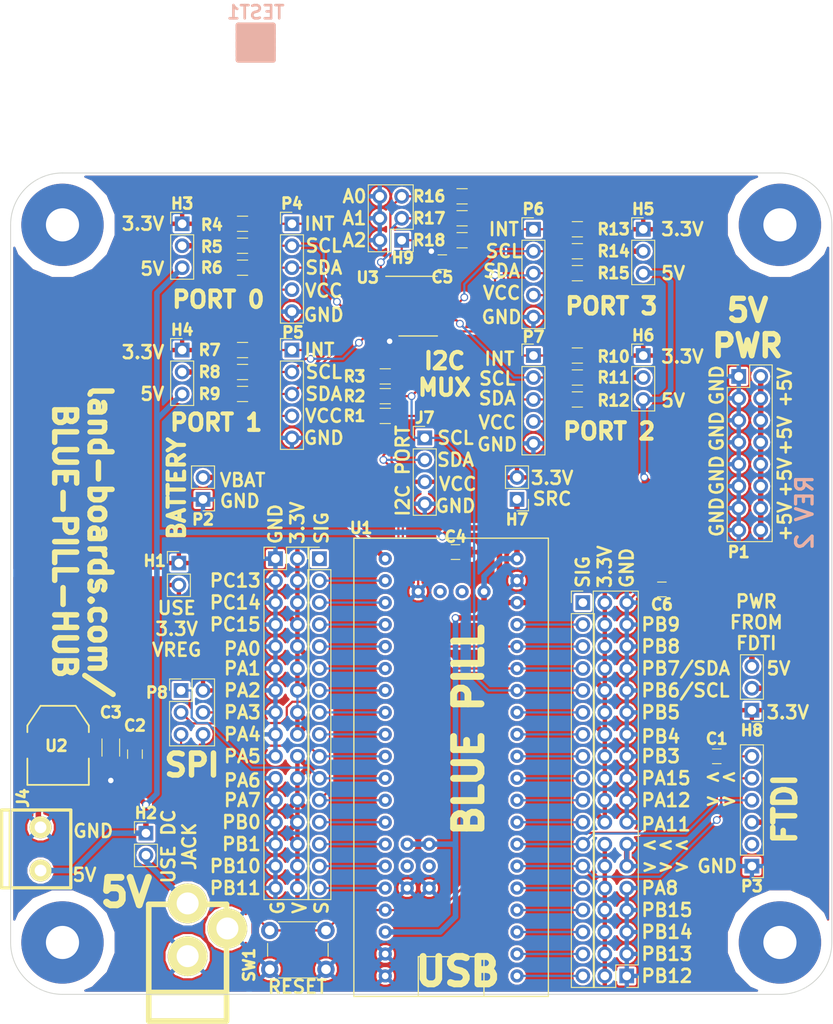
<source format=kicad_pcb>
(kicad_pcb (version 20171130) (host pcbnew "(5.0.2)-1")
  (title_block (title Blue-Pill-Hub) (date 2019-03-03) (rev 2) (company land-boards.com))
  (layers (0 F.Cu signal) (31 B.Cu signal) (36 B.SilkS user) (37 F.SilkS user) (38 B.Mask user) (39 F.Mask user) (44 Edge.Cuts user))
  (net 0 "")
  (net 1 +5V)
  (net 2 GND)
  (net 3 /STM_TX)
  (net 4 /STM_RX)
  (net 5 +3V3)
  (net 6 /DCIN)
  (net 7 /VO3)
  (net 8 /STM_INT)
  (net 9 /STM_SDA)
  (net 10 /STM_SCL)
  (net 11 /INT0)
  (net 12 /SC0)
  (net 13 /SD0)
  (net 14 /SD1)
  (net 15 /SC1)
  (net 16 /INT1)
  (net 17 /INT2)
  (net 18 /SC2)
  (net 19 /SD2)
  (net 20 /SD3)
  (net 21 /SC3)
  (net 22 /INT3)
  (net 23 /PC13)
  (net 24 /PC14)
  (net 25 /PC15)
  (net 26 /PA0)
  (net 27 /PA1)
  (net 28 /PA2)
  (net 29 /PA3)
  (net 30 /PA4)
  (net 31 /PA5)
  (net 32 /PA6)
  (net 33 /PA7)
  (net 34 /PB0)
  (net 35 /PB1)
  (net 36 /PB10)
  (net 37 /PB11)
  (net 38 /PB9)
  (net 39 /PB5)
  (net 40 /PB4)
  (net 41 /PB3)
  (net 42 /PA15)
  (net 43 /PA12)
  (net 44 /PA11)
  (net 45 /PA8)
  (net 46 /PB15)
  (net 47 /PB14)
  (net 48 /PB13)
  (net 49 /PB12)
  (net 50 /A2)
  (net 51 /A1)
  (net 52 /A0)
  (net 53 "Net-(C1-Pad1)")
  (net 54 /RES)
  (net 55 "Net-(H3-Pad2)")
  (net 56 "Net-(H4-Pad2)")
  (net 57 "Net-(H5-Pad2)")
  (net 58 "Net-(H6-Pad2)")
  (net 59 "Net-(H7-Pad1)")
  (net 60 /VBAT)
  (net 61 "Net-(H8-Pad2)")
  (module Capacitors_SMD:C_1206_HandSoldering (layer F.Cu) (at 21.59 76.454 270)
    (fp_text reference C3 (at -4.064 0) (layer F.SilkS) (effects (font (size 1.27 1.27) (thickness 0.3175))))
    (fp_text value 10uF)
    (pad 2 smd rect (at 2 0 270) (size 2 1.6) (layers F.Cu F.Paste F.Mask) (net 2 GND))
    (pad 1 smd rect (at -2 0 270) (size 2 1.6) (layers F.Cu F.Paste F.Mask) (net 7 /VO3))
  )
  (module LandBoards_MountHoles:MTG-6-32 (layer F.Cu) (at 16 16)
    (fp_text reference MTG1 hide)
    (fp_text value MTG_HOLE hide)
    (pad 1 thru_hole circle (at 0 0) (size 9.525 9.525) (drill 3.8354) (layers *.Cu *.Mask) (clearance 1.27))
  )
  (module LandBoards_MountHoles:MTG-6-32 (layer F.Cu) (at 99 16)
    (fp_text reference MTG2 hide)
    (fp_text value MTG_HOLE hide)
    (pad 1 thru_hole circle (at 0 0) (size 9.525 9.525) (drill 3.8354) (layers *.Cu *.Mask) (clearance 1.27))
  )
  (module LandBoards_MountHoles:MTG-6-32 (layer F.Cu) (at 16 99)
    (fp_text reference MTG3 hide)
    (fp_text value MTG_HOLE hide)
    (pad 1 thru_hole circle (at 0 0) (size 9.525 9.525) (drill 3.8354) (layers *.Cu *.Mask) (clearance 1.27))
  )
  (module LandBoards_MountHoles:MTG-6-32 (layer F.Cu) (at 99 99)
    (fp_text reference MTG?1 hide)
    (fp_text value MTG_HOLE hide)
    (pad 1 thru_hole circle (at 0 0) (size 9.525 9.525) (drill 3.8354) (layers *.Cu *.Mask) (clearance 1.27))
  )
  (module LandBoards_Conns:DCJ-NEW (layer F.Cu) (at 30.48 100.584 90)
    (fp_text reference J1 hide)
    (fp_text value DCJ0202 hide)
    (pad 2 thru_hole circle (at 0 0 90) (size 4.6 4.6) (drill 2.54) (layers *.Cu *.Mask F.SilkS) (net 2 GND))
    (pad 1 thru_hole circle (at 6.1 0 90) (size 4.6 4.6) (drill 2.54) (layers *.Cu *.Mask F.SilkS) (net 6 /DCIN))
    (pad 3 thru_hole circle (at 3.2 4.6 90) (size 4.6 4.6) (drill 2.54) (layers *.Cu *.Mask F.SilkS) (net 2 GND))
  )
  (module BP:BLUEPILL (layer F.Cu) (at 60.96 78.74 180)
    (fp_text reference U1 (at 10.414 27.686 180) (layer F.SilkS) (effects (font (size 1.27 1.27) (thickness 0.3175))))
    (fp_text value BP)
    (pad PB12 thru_hole circle (at -7.62 -24.13 180) (size 1.524 1.524) (drill 0.762) (layers *.Cu *.Mask) (net 49 /PB12))
    (pad PB13 thru_hole circle (at -7.62 -21.59 180) (size 1.524 1.524) (drill 0.762) (layers *.Cu *.Mask) (net 48 /PB13))
    (pad PB14 thru_hole circle (at -7.62 -19.05 180) (size 1.524 1.524) (drill 0.762) (layers *.Cu *.Mask) (net 47 /PB14))
    (pad PB15 thru_hole circle (at -7.62 -16.51 180) (size 1.524 1.524) (drill 0.762) (layers *.Cu *.Mask) (net 46 /PB15))
    (pad PA8 thru_hole circle (at -7.62 -13.97 180) (size 1.524 1.524) (drill 0.762) (layers *.Cu *.Mask) (net 45 /PA8))
    (pad PA9 thru_hole circle (at -7.62 -11.43 180) (size 1.524 1.524) (drill 0.762) (layers *.Cu *.Mask) (net 3 /STM_TX))
    (pad PA10 thru_hole circle (at -7.62 -8.89 180) (size 1.524 1.524) (drill 0.762) (layers *.Cu *.Mask) (net 4 /STM_RX))
    (pad PA11 thru_hole circle (at -7.62 -6.35 180) (size 1.524 1.524) (drill 0.762) (layers *.Cu *.Mask) (net 44 /PA11))
    (pad PA12 thru_hole circle (at -7.62 -3.81 180) (size 1.524 1.524) (drill 0.762) (layers *.Cu *.Mask) (net 43 /PA12))
    (pad PA15 thru_hole circle (at -7.62 -1.27 180) (size 1.524 1.524) (drill 0.762) (layers *.Cu *.Mask) (net 42 /PA15))
    (pad PB3 thru_hole circle (at -7.62 1.27 180) (size 1.524 1.524) (drill 0.762) (layers *.Cu *.Mask) (net 41 /PB3))
    (pad PB4 thru_hole circle (at -7.62 3.81 180) (size 1.524 1.524) (drill 0.762) (layers *.Cu *.Mask) (net 40 /PB4))
    (pad PB5 thru_hole circle (at -7.62 6.35 180) (size 1.524 1.524) (drill 0.762) (layers *.Cu *.Mask) (net 39 /PB5))
    (pad PB6 thru_hole circle (at -7.62 8.89 180) (size 1.524 1.524) (drill 0.762) (layers *.Cu *.Mask) (net 10 /STM_SCL))
    (pad PB7 thru_hole circle (at -7.62 11.43 180) (size 1.524 1.524) (drill 0.762) (layers *.Cu *.Mask) (net 9 /STM_SDA))
    (pad PB8 thru_hole circle (at -7.62 13.97 180) (size 1.524 1.524) (drill 0.762) (layers *.Cu *.Mask) (net 8 /STM_INT))
    (pad PB9 thru_hole circle (at -7.62 16.51 180) (size 1.524 1.524) (drill 0.762) (layers *.Cu *.Mask) (net 38 /PB9))
    (pad G thru_hole circle (at -7.62 21.59 180) (size 1.524 1.524) (drill 0.762) (layers *.Cu *.Mask) (net 2 GND))
    (pad 3V3 thru_hole circle (at -7.62 24.13 180) (size 1.524 1.524) (drill 0.762) (layers *.Cu *.Mask) (net 59 "Net-(H7-Pad1)"))
    (pad VBAT thru_hole circle (at 7.62 24.13 180) (size 1.524 1.524) (drill 0.762) (layers *.Cu *.Mask) (net 60 /VBAT))
    (pad PC13 thru_hole circle (at 7.62 21.59 180) (size 1.524 1.524) (drill 0.762) (layers *.Cu *.Mask) (net 23 /PC13))
    (pad PC14 thru_hole circle (at 7.62 19.05 180) (size 1.524 1.524) (drill 0.762) (layers *.Cu *.Mask) (net 24 /PC14))
    (pad PC15 thru_hole circle (at 7.62 16.51 180) (size 1.524 1.524) (drill 0.762) (layers *.Cu *.Mask) (net 25 /PC15))
    (pad PA0 thru_hole circle (at 7.62 13.97 180) (size 1.524 1.524) (drill 0.762) (layers *.Cu *.Mask) (net 26 /PA0))
    (pad PA1 thru_hole circle (at 7.62 11.43 180) (size 1.524 1.524) (drill 0.762) (layers *.Cu *.Mask) (net 27 /PA1))
    (pad PA2 thru_hole circle (at 7.62 8.89 180) (size 1.524 1.524) (drill 0.762) (layers *.Cu *.Mask) (net 28 /PA2))
    (pad PA3 thru_hole circle (at 7.62 6.35 180) (size 1.524 1.524) (drill 0.762) (layers *.Cu *.Mask) (net 29 /PA3))
    (pad PA4 thru_hole circle (at 7.62 3.81 180) (size 1.524 1.524) (drill 0.762) (layers *.Cu *.Mask) (net 30 /PA4))
    (pad PA5 thru_hole circle (at 7.62 1.27 180) (size 1.524 1.524) (drill 0.762) (layers *.Cu *.Mask) (net 31 /PA5))
    (pad PA6 thru_hole circle (at 7.62 -1.27 180) (size 1.524 1.524) (drill 0.762) (layers *.Cu *.Mask) (net 32 /PA6))
    (pad PA7 thru_hole circle (at 7.62 -3.81 180) (size 1.524 1.524) (drill 0.762) (layers *.Cu *.Mask) (net 33 /PA7))
    (pad PB0 thru_hole circle (at 7.62 -6.35 180) (size 1.524 1.524) (drill 0.762) (layers *.Cu *.Mask) (net 34 /PB0))
    (pad PB1 thru_hole circle (at 7.62 -8.89 180) (size 1.524 1.524) (drill 0.762) (layers *.Cu *.Mask) (net 35 /PB1))
    (pad PB10 thru_hole circle (at 7.62 -11.43 180) (size 1.524 1.524) (drill 0.762) (layers *.Cu *.Mask) (net 36 /PB10))
    (pad PB11 thru_hole circle (at 7.62 -13.97 180) (size 1.524 1.524) (drill 0.762) (layers *.Cu *.Mask) (net 37 /PB11))
    (pad NRST thru_hole circle (at 7.62 -16.51 180) (size 1.524 1.524) (drill 0.762) (layers *.Cu *.Mask) (net 54 /RES))
    (pad 3V3 thru_hole circle (at 7.62 -19.05 180) (size 1.524 1.524) (drill 0.762) (layers *.Cu *.Mask) (net 59 "Net-(H7-Pad1)"))
    (pad G thru_hole circle (at 7.62 -21.59 180) (size 1.524 1.524) (drill 0.762) (layers *.Cu *.Mask) (net 2 GND))
    (pad G thru_hole circle (at 7.62 -24.13 180) (size 1.524 1.524) (drill 0.762) (layers *.Cu *.Mask) (net 2 GND))
    (pad 3V3 thru_hole circle (at -3.81 20.32 180) (size 1.524 1.524) (drill 0.762) (layers *.Cu *.Mask) (net 59 "Net-(H7-Pad1)"))
    (pad PA13 thru_hole circle (at -1.27 20.32 180) (size 1.524 1.524) (drill 0.762) (layers *.Cu *.Mask))
    (pad PA14 thru_hole circle (at 1.27 20.32 180) (size 1.524 1.524) (drill 0.762) (layers *.Cu *.Mask))
    (pad G thru_hole circle (at 3.81 20.32 180) (size 1.524 1.524) (drill 0.762) (layers *.Cu *.Mask) (net 2 GND))
    (pad G thru_hole circle (at 5.08 -13.97 180) (size 1.524 1.524) (drill 0.762) (layers *.Cu *.Mask) (net 2 GND))
    (pad BOOT thru_hole circle (at 5.08 -11.43 180) (size 1.524 1.524) (drill 0.762) (layers *.Cu *.Mask))
    (pad 3V3 thru_hole circle (at 5.08 -8.89 180) (size 1.524 1.524) (drill 0.762) (layers *.Cu *.Mask) (net 59 "Net-(H7-Pad1)"))
    (pad G thru_hole circle (at 2.54 -13.97 180) (size 1.524 1.524) (drill 0.762) (layers *.Cu *.Mask) (net 2 GND))
    (pad PB2 thru_hole circle (at 2.54 -11.43 180) (size 1.524 1.524) (drill 0.762) (layers *.Cu *.Mask))
    (pad 3V3 thru_hole circle (at 2.54 -8.89 180) (size 1.524 1.524) (drill 0.762) (layers *.Cu *.Mask) (net 59 "Net-(H7-Pad1)"))
    (pad 5V thru_hole circle (at -7.62 19.05 180) (size 1.524 1.524) (drill 0.762) (layers *.Cu *.Mask) (net 1 +5V))
  )
  (module Pin_Headers:Pin_Header_Straight_1x06_Pitch2.54mm (layer F.Cu) (at 95.758 90.17 180)
    (fp_text reference P3 (at 0 -2.33 180) (layer F.SilkS) (effects (font (size 1.27 1.27) (thickness 0.3175))))
    (fp_text value FTDI hide)
    (pad 1 thru_hole rect (at 0 0 180) (size 1.7 1.7) (drill 1) (layers *.Cu *.Mask) (net 2 GND))
    (pad 2 thru_hole oval (at 0 2.54 180) (size 1.7 1.7) (drill 1) (layers *.Cu *.Mask))
    (pad 3 thru_hole oval (at 0 5.08 180) (size 1.7 1.7) (drill 1) (layers *.Cu *.Mask) (net 61 "Net-(H8-Pad2)"))
    (pad 4 thru_hole oval (at 0 7.62 180) (size 1.7 1.7) (drill 1) (layers *.Cu *.Mask) (net 4 /STM_RX))
    (pad 5 thru_hole oval (at 0 10.16 180) (size 1.7 1.7) (drill 1) (layers *.Cu *.Mask) (net 3 /STM_TX))
    (pad 6 thru_hole oval (at 0 12.7 180) (size 1.7 1.7) (drill 1) (layers *.Cu *.Mask) (net 53 "Net-(C1-Pad1)"))
  )
  (module Pin_Headers:Pin_Header_Straight_1x02_Pitch2.54mm (layer F.Cu) (at 25.654 86.36)
    (fp_text reference H2 (at 0 -2.33) (layer F.SilkS) (effects (font (size 1.27 1.27) (thickness 0.3175))))
    (fp_text value CONN_01X02 hide)
    (pad 1 thru_hole rect (at 0 0) (size 1.7 1.7) (drill 1) (layers *.Cu *.Mask) (net 1 +5V))
    (pad 2 thru_hole oval (at 0 2.54) (size 1.7 1.7) (drill 1) (layers *.Cu *.Mask) (net 6 /DCIN))
  )
  (module LandBoards_Conns:TB2-5MM (layer F.Cu) (at 13.462 90.678 90)
    (fp_text reference J4 (at 8.382 -2.032 90) (layer F.SilkS) (effects (font (size 1.27 1.27) (thickness 0.3175))))
    (fp_text value CONN_01X02 hide)
    (pad 1 thru_hole circle (at 0 0 90) (size 2.54 2.54) (drill 1.3589) (layers *.Cu *.Mask F.SilkS) (net 1 +5V))
    (pad 2 thru_hole circle (at 5 0 90) (size 2.54 2.54) (drill 1.3589) (layers *.Cu *.Mask F.SilkS) (net 2 GND))
  )
  (module Pin_Headers:Pin_Header_Straight_1x02_Pitch2.54mm (layer F.Cu) (at 29.464 55.118)
    (fp_text reference H1 (at -2.794 -0.254 180) (layer F.SilkS) (effects (font (size 1.27 1.27) (thickness 0.3175))))
    (fp_text value CONN_01X02 hide)
    (pad 1 thru_hole rect (at 0 0) (size 1.7 1.7) (drill 1) (layers *.Cu *.Mask) (net 5 +3V3))
    (pad 2 thru_hole oval (at 0 2.54) (size 1.7 1.7) (drill 1) (layers *.Cu *.Mask) (net 7 /VO3))
  )
  (module LandBoards_SMD_Packages:SOT223 (layer F.Cu) (at 15.494 76.2)
    (fp_text reference U2 (at -0.2032 0.0508) (layer F.SilkS) (effects (font (size 1.27 1.27) (thickness 0.3175))))
    (fp_text value AP1117 hide)
    (pad 4 smd rect (at 0 -3.302) (size 3.6576 2.032) (layers F.Cu F.Mask) (net 7 /VO3))
    (pad 2 smd rect (at 0 3.302) (size 1.016 2.032) (layers F.Cu F.Mask) (net 7 /VO3))
    (pad 3 smd rect (at 2.286 3.302) (size 1.016 2.032) (layers F.Cu F.Mask) (net 1 +5V))
    (pad 1 smd rect (at -2.286 3.302) (size 1.016 2.032) (layers F.Cu F.Mask) (net 2 GND))
  )
  (module Pin_Headers:Pin_Header_Straight_2x03_Pitch2.54mm (layer F.Cu) (at 55.245 17.78 180)
    (fp_text reference H9 (at -0.127 -2.032 180) (layer F.SilkS) (effects (font (size 1.27 1.27) (thickness 0.3175))))
    (fp_text value CONN_02X03)
    (pad 1 thru_hole rect (at 0 0 180) (size 1.7 1.7) (drill 1) (layers *.Cu *.Mask) (net 50 /A2))
    (pad 2 thru_hole oval (at 2.54 0 180) (size 1.7 1.7) (drill 1) (layers *.Cu *.Mask) (net 2 GND))
    (pad 3 thru_hole oval (at 0 2.54 180) (size 1.7 1.7) (drill 1) (layers *.Cu *.Mask) (net 51 /A1))
    (pad 4 thru_hole oval (at 2.54 2.54 180) (size 1.7 1.7) (drill 1) (layers *.Cu *.Mask) (net 2 GND))
    (pad 5 thru_hole oval (at 0 5.08 180) (size 1.7 1.7) (drill 1) (layers *.Cu *.Mask) (net 52 /A0))
    (pad 6 thru_hole oval (at 2.54 5.08 180) (size 1.7 1.7) (drill 1) (layers *.Cu *.Mask) (net 2 GND))
  )
  (module Pin_Headers:Pin_Header_Straight_2x16_Pitch2.54mm (layer F.Cu) (at 40.64 54.61)
    (fp_text reference P11 hide)
    (fp_text value CONN_02X16)
    (pad 1 thru_hole rect (at 0 0) (size 1.7 1.7) (drill 1) (layers *.Cu *.Mask) (net 2 GND))
    (pad 2 thru_hole oval (at 2.54 0) (size 1.7 1.7) (drill 1) (layers *.Cu *.Mask) (net 5 +3V3))
    (pad 3 thru_hole oval (at 0 2.54) (size 1.7 1.7) (drill 1) (layers *.Cu *.Mask) (net 2 GND))
    (pad 4 thru_hole oval (at 2.54 2.54) (size 1.7 1.7) (drill 1) (layers *.Cu *.Mask) (net 5 +3V3))
    (pad 5 thru_hole oval (at 0 5.08) (size 1.7 1.7) (drill 1) (layers *.Cu *.Mask) (net 2 GND))
    (pad 6 thru_hole oval (at 2.54 5.08) (size 1.7 1.7) (drill 1) (layers *.Cu *.Mask) (net 5 +3V3))
    (pad 7 thru_hole oval (at 0 7.62) (size 1.7 1.7) (drill 1) (layers *.Cu *.Mask) (net 2 GND))
    (pad 8 thru_hole oval (at 2.54 7.62) (size 1.7 1.7) (drill 1) (layers *.Cu *.Mask) (net 5 +3V3))
    (pad 9 thru_hole oval (at 0 10.16) (size 1.7 1.7) (drill 1) (layers *.Cu *.Mask) (net 2 GND))
    (pad 10 thru_hole oval (at 2.54 10.16) (size 1.7 1.7) (drill 1) (layers *.Cu *.Mask) (net 5 +3V3))
    (pad 11 thru_hole oval (at 0 12.7) (size 1.7 1.7) (drill 1) (layers *.Cu *.Mask) (net 2 GND))
    (pad 12 thru_hole oval (at 2.54 12.7) (size 1.7 1.7) (drill 1) (layers *.Cu *.Mask) (net 5 +3V3))
    (pad 13 thru_hole oval (at 0 15.24) (size 1.7 1.7) (drill 1) (layers *.Cu *.Mask) (net 2 GND))
    (pad 14 thru_hole oval (at 2.54 15.24) (size 1.7 1.7) (drill 1) (layers *.Cu *.Mask) (net 5 +3V3))
    (pad 15 thru_hole oval (at 0 17.78) (size 1.7 1.7) (drill 1) (layers *.Cu *.Mask) (net 2 GND))
    (pad 16 thru_hole oval (at 2.54 17.78) (size 1.7 1.7) (drill 1) (layers *.Cu *.Mask) (net 5 +3V3))
    (pad 17 thru_hole oval (at 0 20.32) (size 1.7 1.7) (drill 1) (layers *.Cu *.Mask) (net 2 GND))
    (pad 18 thru_hole oval (at 2.54 20.32) (size 1.7 1.7) (drill 1) (layers *.Cu *.Mask) (net 5 +3V3))
    (pad 19 thru_hole oval (at 0 22.86) (size 1.7 1.7) (drill 1) (layers *.Cu *.Mask) (net 2 GND))
    (pad 20 thru_hole oval (at 2.54 22.86) (size 1.7 1.7) (drill 1) (layers *.Cu *.Mask) (net 5 +3V3))
    (pad 21 thru_hole oval (at 0 25.4) (size 1.7 1.7) (drill 1) (layers *.Cu *.Mask) (net 2 GND))
    (pad 22 thru_hole oval (at 2.54 25.4) (size 1.7 1.7) (drill 1) (layers *.Cu *.Mask) (net 5 +3V3))
    (pad 23 thru_hole oval (at 0 27.94) (size 1.7 1.7) (drill 1) (layers *.Cu *.Mask) (net 2 GND))
    (pad 24 thru_hole oval (at 2.54 27.94) (size 1.7 1.7) (drill 1) (layers *.Cu *.Mask) (net 5 +3V3))
    (pad 25 thru_hole oval (at 0 30.48) (size 1.7 1.7) (drill 1) (layers *.Cu *.Mask) (net 2 GND))
    (pad 26 thru_hole oval (at 2.54 30.48) (size 1.7 1.7) (drill 1) (layers *.Cu *.Mask) (net 5 +3V3))
    (pad 27 thru_hole oval (at 0 33.02) (size 1.7 1.7) (drill 1) (layers *.Cu *.Mask) (net 2 GND))
    (pad 28 thru_hole oval (at 2.54 33.02) (size 1.7 1.7) (drill 1) (layers *.Cu *.Mask) (net 5 +3V3))
    (pad 29 thru_hole oval (at 0 35.56) (size 1.7 1.7) (drill 1) (layers *.Cu *.Mask) (net 2 GND))
    (pad 30 thru_hole oval (at 2.54 35.56) (size 1.7 1.7) (drill 1) (layers *.Cu *.Mask) (net 5 +3V3))
    (pad 31 thru_hole oval (at 0 38.1) (size 1.7 1.7) (drill 1) (layers *.Cu *.Mask) (net 2 GND))
    (pad 32 thru_hole oval (at 2.54 38.1) (size 1.7 1.7) (drill 1) (layers *.Cu *.Mask) (net 5 +3V3))
  )
  (module Pin_Headers:Pin_Header_Straight_1x16_Pitch2.54mm (layer F.Cu) (at 45.72 54.61)
    (fp_text reference P12 hide)
    (fp_text value CONN_01X16)
    (pad 1 thru_hole rect (at 0 0) (size 1.7 1.7) (drill 1) (layers *.Cu *.Mask))
    (pad 2 thru_hole oval (at 0 2.54) (size 1.7 1.7) (drill 1) (layers *.Cu *.Mask) (net 23 /PC13))
    (pad 3 thru_hole oval (at 0 5.08) (size 1.7 1.7) (drill 1) (layers *.Cu *.Mask) (net 24 /PC14))
    (pad 4 thru_hole oval (at 0 7.62) (size 1.7 1.7) (drill 1) (layers *.Cu *.Mask) (net 25 /PC15))
    (pad 5 thru_hole oval (at 0 10.16) (size 1.7 1.7) (drill 1) (layers *.Cu *.Mask) (net 26 /PA0))
    (pad 6 thru_hole oval (at 0 12.7) (size 1.7 1.7) (drill 1) (layers *.Cu *.Mask) (net 27 /PA1))
    (pad 7 thru_hole oval (at 0 15.24) (size 1.7 1.7) (drill 1) (layers *.Cu *.Mask) (net 28 /PA2))
    (pad 8 thru_hole oval (at 0 17.78) (size 1.7 1.7) (drill 1) (layers *.Cu *.Mask) (net 29 /PA3))
    (pad 9 thru_hole oval (at 0 20.32) (size 1.7 1.7) (drill 1) (layers *.Cu *.Mask) (net 30 /PA4))
    (pad 10 thru_hole oval (at 0 22.86) (size 1.7 1.7) (drill 1) (layers *.Cu *.Mask) (net 31 /PA5))
    (pad 11 thru_hole oval (at 0 25.4) (size 1.7 1.7) (drill 1) (layers *.Cu *.Mask) (net 32 /PA6))
    (pad 12 thru_hole oval (at 0 27.94) (size 1.7 1.7) (drill 1) (layers *.Cu *.Mask) (net 33 /PA7))
    (pad 13 thru_hole oval (at 0 30.48) (size 1.7 1.7) (drill 1) (layers *.Cu *.Mask) (net 34 /PB0))
    (pad 14 thru_hole oval (at 0 33.02) (size 1.7 1.7) (drill 1) (layers *.Cu *.Mask) (net 35 /PB1))
    (pad 15 thru_hole oval (at 0 35.56) (size 1.7 1.7) (drill 1) (layers *.Cu *.Mask) (net 36 /PB10))
    (pad 16 thru_hole oval (at 0 38.1) (size 1.7 1.7) (drill 1) (layers *.Cu *.Mask) (net 37 /PB11))
  )
  (module Pin_Headers:Pin_Header_Straight_2x18_Pitch2.54mm (layer F.Cu) (at 81.28 102.87 180)
    (fp_text reference P14 hide)
    (fp_text value CONN_02X18)
    (pad 1 thru_hole rect (at 0 0 180) (size 1.7 1.7) (drill 1) (layers *.Cu *.Mask) (net 2 GND))
    (pad 2 thru_hole oval (at 2.54 0 180) (size 1.7 1.7) (drill 1) (layers *.Cu *.Mask) (net 5 +3V3))
    (pad 3 thru_hole oval (at 0 2.54 180) (size 1.7 1.7) (drill 1) (layers *.Cu *.Mask) (net 2 GND))
    (pad 4 thru_hole oval (at 2.54 2.54 180) (size 1.7 1.7) (drill 1) (layers *.Cu *.Mask) (net 5 +3V3))
    (pad 5 thru_hole oval (at 0 5.08 180) (size 1.7 1.7) (drill 1) (layers *.Cu *.Mask) (net 2 GND))
    (pad 6 thru_hole oval (at 2.54 5.08 180) (size 1.7 1.7) (drill 1) (layers *.Cu *.Mask) (net 5 +3V3))
    (pad 7 thru_hole oval (at 0 7.62 180) (size 1.7 1.7) (drill 1) (layers *.Cu *.Mask) (net 2 GND))
    (pad 8 thru_hole oval (at 2.54 7.62 180) (size 1.7 1.7) (drill 1) (layers *.Cu *.Mask) (net 5 +3V3))
    (pad 9 thru_hole oval (at 0 10.16 180) (size 1.7 1.7) (drill 1) (layers *.Cu *.Mask) (net 2 GND))
    (pad 10 thru_hole oval (at 2.54 10.16 180) (size 1.7 1.7) (drill 1) (layers *.Cu *.Mask) (net 5 +3V3))
    (pad 11 thru_hole oval (at 0 12.7 180) (size 1.7 1.7) (drill 1) (layers *.Cu *.Mask) (net 2 GND))
    (pad 12 thru_hole oval (at 2.54 12.7 180) (size 1.7 1.7) (drill 1) (layers *.Cu *.Mask) (net 5 +3V3))
    (pad 13 thru_hole oval (at 0 15.24 180) (size 1.7 1.7) (drill 1) (layers *.Cu *.Mask) (net 2 GND))
    (pad 14 thru_hole oval (at 2.54 15.24 180) (size 1.7 1.7) (drill 1) (layers *.Cu *.Mask) (net 5 +3V3))
    (pad 15 thru_hole oval (at 0 17.78 180) (size 1.7 1.7) (drill 1) (layers *.Cu *.Mask) (net 2 GND))
    (pad 16 thru_hole oval (at 2.54 17.78 180) (size 1.7 1.7) (drill 1) (layers *.Cu *.Mask) (net 5 +3V3))
    (pad 17 thru_hole oval (at 0 20.32 180) (size 1.7 1.7) (drill 1) (layers *.Cu *.Mask) (net 2 GND))
    (pad 18 thru_hole oval (at 2.54 20.32 180) (size 1.7 1.7) (drill 1) (layers *.Cu *.Mask) (net 5 +3V3))
    (pad 19 thru_hole oval (at 0 22.86 180) (size 1.7 1.7) (drill 1) (layers *.Cu *.Mask) (net 2 GND))
    (pad 20 thru_hole oval (at 2.54 22.86 180) (size 1.7 1.7) (drill 1) (layers *.Cu *.Mask) (net 5 +3V3))
    (pad 21 thru_hole oval (at 0 25.4 180) (size 1.7 1.7) (drill 1) (layers *.Cu *.Mask) (net 2 GND))
    (pad 22 thru_hole oval (at 2.54 25.4 180) (size 1.7 1.7) (drill 1) (layers *.Cu *.Mask) (net 5 +3V3))
    (pad 23 thru_hole oval (at 0 27.94 180) (size 1.7 1.7) (drill 1) (layers *.Cu *.Mask) (net 2 GND))
    (pad 24 thru_hole oval (at 2.54 27.94 180) (size 1.7 1.7) (drill 1) (layers *.Cu *.Mask) (net 5 +3V3))
    (pad 25 thru_hole oval (at 0 30.48 180) (size 1.7 1.7) (drill 1) (layers *.Cu *.Mask) (net 2 GND))
    (pad 26 thru_hole oval (at 2.54 30.48 180) (size 1.7 1.7) (drill 1) (layers *.Cu *.Mask) (net 5 +3V3))
    (pad 27 thru_hole oval (at 0 33.02 180) (size 1.7 1.7) (drill 1) (layers *.Cu *.Mask) (net 2 GND))
    (pad 28 thru_hole oval (at 2.54 33.02 180) (size 1.7 1.7) (drill 1) (layers *.Cu *.Mask) (net 5 +3V3))
    (pad 29 thru_hole oval (at 0 35.56 180) (size 1.7 1.7) (drill 1) (layers *.Cu *.Mask) (net 2 GND))
    (pad 30 thru_hole oval (at 2.54 35.56 180) (size 1.7 1.7) (drill 1) (layers *.Cu *.Mask) (net 5 +3V3))
    (pad 31 thru_hole oval (at 0 38.1 180) (size 1.7 1.7) (drill 1) (layers *.Cu *.Mask) (net 2 GND))
    (pad 32 thru_hole oval (at 2.54 38.1 180) (size 1.7 1.7) (drill 1) (layers *.Cu *.Mask) (net 5 +3V3))
    (pad 33 thru_hole oval (at 0 40.64 180) (size 1.7 1.7) (drill 1) (layers *.Cu *.Mask) (net 2 GND))
    (pad 34 thru_hole oval (at 2.54 40.64 180) (size 1.7 1.7) (drill 1) (layers *.Cu *.Mask) (net 5 +3V3))
    (pad 35 thru_hole oval (at 0 43.18 180) (size 1.7 1.7) (drill 1) (layers *.Cu *.Mask) (net 2 GND))
    (pad 36 thru_hole oval (at 2.54 43.18 180) (size 1.7 1.7) (drill 1) (layers *.Cu *.Mask) (net 5 +3V3))
  )
  (module Resistors_SMD:R_0805_HandSoldering (layer F.Cu) (at 53.34 38.1)
    (fp_text reference R1 (at -3.556 0) (layer F.SilkS) (effects (font (size 1.27 1.27) (thickness 0.3175))))
    (fp_text value 10K)
    (pad 1 smd rect (at -1.35 0) (size 1.5 1.3) (layers F.Cu F.Mask) (net 5 +3V3))
    (pad 2 smd rect (at 1.35 0) (size 1.5 1.3) (layers F.Cu F.Mask) (net 8 /STM_INT))
  )
  (module Resistors_SMD:R_0805_HandSoldering (layer F.Cu) (at 53.34 35.814)
    (fp_text reference R2 (at -3.556 0) (layer F.SilkS) (effects (font (size 1.27 1.27) (thickness 0.3175))))
    (fp_text value 2.2K)
    (pad 1 smd rect (at -1.35 0) (size 1.5 1.3) (layers F.Cu F.Mask) (net 5 +3V3))
    (pad 2 smd rect (at 1.35 0) (size 1.5 1.3) (layers F.Cu F.Mask) (net 10 /STM_SCL))
  )
  (module Resistors_SMD:R_0805_HandSoldering (layer F.Cu) (at 53.34 33.528)
    (fp_text reference R3 (at -3.556 0) (layer F.SilkS) (effects (font (size 1.27 1.27) (thickness 0.3175))))
    (fp_text value 2.2K)
    (pad 1 smd rect (at -1.35 0) (size 1.5 1.3) (layers F.Cu F.Mask) (net 5 +3V3))
    (pad 2 smd rect (at 1.35 0) (size 1.5 1.3) (layers F.Cu F.Mask) (net 9 /STM_SDA))
  )
  (module Resistors_SMD:R_0805_HandSoldering (layer F.Cu) (at 36.83 15.875)
    (fp_text reference R4 (at -3.556 0.127) (layer F.SilkS) (effects (font (size 1.27 1.27) (thickness 0.3175))))
    (fp_text value 10K)
    (pad 1 smd rect (at -1.35 0) (size 1.5 1.3) (layers F.Cu F.Mask) (net 55 "Net-(H3-Pad2)"))
    (pad 2 smd rect (at 1.35 0) (size 1.5 1.3) (layers F.Cu F.Mask) (net 11 /INT0))
  )
  (module Resistors_SMD:R_0805_HandSoldering (layer F.Cu) (at 36.83 18.415)
    (fp_text reference R5 (at -3.556 0.127) (layer F.SilkS) (effects (font (size 1.27 1.27) (thickness 0.3175))))
    (fp_text value 2.2K)
    (pad 1 smd rect (at -1.35 0) (size 1.5 1.3) (layers F.Cu F.Mask) (net 55 "Net-(H3-Pad2)"))
    (pad 2 smd rect (at 1.35 0) (size 1.5 1.3) (layers F.Cu F.Mask) (net 12 /SC0))
  )
  (module Resistors_SMD:R_0805_HandSoldering (layer F.Cu) (at 36.83 20.955)
    (fp_text reference R6 (at -3.556 0) (layer F.SilkS) (effects (font (size 1.27 1.27) (thickness 0.3175))))
    (fp_text value 2.2K)
    (pad 1 smd rect (at -1.35 0) (size 1.5 1.3) (layers F.Cu F.Mask) (net 55 "Net-(H3-Pad2)"))
    (pad 2 smd rect (at 1.35 0) (size 1.5 1.3) (layers F.Cu F.Mask) (net 13 /SD0))
  )
  (module Resistors_SMD:R_0805_HandSoldering (layer F.Cu) (at 36.83 30.48)
    (fp_text reference R7 (at -3.81 0) (layer F.SilkS) (effects (font (size 1.27 1.27) (thickness 0.3175))))
    (fp_text value 10K)
    (pad 1 smd rect (at -1.35 0) (size 1.5 1.3) (layers F.Cu F.Mask) (net 56 "Net-(H4-Pad2)"))
    (pad 2 smd rect (at 1.35 0) (size 1.5 1.3) (layers F.Cu F.Mask) (net 16 /INT1))
  )
  (module Resistors_SMD:R_0805_HandSoldering (layer F.Cu) (at 36.83 33.02)
    (fp_text reference R8 (at -3.81 0) (layer F.SilkS) (effects (font (size 1.27 1.27) (thickness 0.3175))))
    (fp_text value 2.2K)
    (pad 1 smd rect (at -1.35 0) (size 1.5 1.3) (layers F.Cu F.Mask) (net 56 "Net-(H4-Pad2)"))
    (pad 2 smd rect (at 1.35 0) (size 1.5 1.3) (layers F.Cu F.Mask) (net 15 /SC1))
  )
  (module Resistors_SMD:R_0805_HandSoldering (layer F.Cu) (at 36.83 35.56)
    (fp_text reference R9 (at -3.81 0) (layer F.SilkS) (effects (font (size 1.27 1.27) (thickness 0.3175))))
    (fp_text value 2.2K)
    (pad 1 smd rect (at -1.35 0) (size 1.5 1.3) (layers F.Cu F.Mask) (net 56 "Net-(H4-Pad2)"))
    (pad 2 smd rect (at 1.35 0) (size 1.5 1.3) (layers F.Cu F.Mask) (net 14 /SD1))
  )
  (module Resistors_SMD:R_0805_HandSoldering (layer F.Cu) (at 75.565 31.115 180)
    (fp_text reference R10 (at -4.191 -0.127 180) (layer F.SilkS) (effects (font (size 1.27 1.27) (thickness 0.3175))))
    (fp_text value 10K)
    (pad 1 smd rect (at -1.35 0 180) (size 1.5 1.3) (layers F.Cu F.Mask) (net 58 "Net-(H6-Pad2)"))
    (pad 2 smd rect (at 1.35 0 180) (size 1.5 1.3) (layers F.Cu F.Mask) (net 17 /INT2))
  )
  (module Resistors_SMD:R_0805_HandSoldering (layer F.Cu) (at 75.565 33.655 180)
    (fp_text reference R11 (at -4.191 0 180) (layer F.SilkS) (effects (font (size 1.27 1.27) (thickness 0.3175))))
    (fp_text value 2.2K)
    (pad 1 smd rect (at -1.35 0 180) (size 1.5 1.3) (layers F.Cu F.Mask) (net 58 "Net-(H6-Pad2)"))
    (pad 2 smd rect (at 1.35 0 180) (size 1.5 1.3) (layers F.Cu F.Mask) (net 18 /SC2))
  )
  (module Resistors_SMD:R_0805_HandSoldering (layer F.Cu) (at 75.565 36.195 180)
    (fp_text reference R12 (at -4.191 -0.127 180) (layer F.SilkS) (effects (font (size 1.27 1.27) (thickness 0.3175))))
    (fp_text value 2.2K)
    (pad 1 smd rect (at -1.35 0 180) (size 1.5 1.3) (layers F.Cu F.Mask) (net 58 "Net-(H6-Pad2)"))
    (pad 2 smd rect (at 1.35 0 180) (size 1.5 1.3) (layers F.Cu F.Mask) (net 19 /SD2))
  )
  (module Resistors_SMD:R_0805_HandSoldering (layer F.Cu) (at 75.565 16.51 180)
    (fp_text reference R13 (at -4.191 0 180) (layer F.SilkS) (effects (font (size 1.27 1.27) (thickness 0.3175))))
    (fp_text value 10K)
    (pad 1 smd rect (at -1.35 0 180) (size 1.5 1.3) (layers F.Cu F.Mask) (net 57 "Net-(H5-Pad2)"))
    (pad 2 smd rect (at 1.35 0 180) (size 1.5 1.3) (layers F.Cu F.Mask) (net 22 /INT3))
  )
  (module Resistors_SMD:R_0805_HandSoldering (layer F.Cu) (at 75.565 19.05 180)
    (fp_text reference R14 (at -4.191 0 180) (layer F.SilkS) (effects (font (size 1.27 1.27) (thickness 0.3175))))
    (fp_text value 2.2K)
    (pad 1 smd rect (at -1.35 0 180) (size 1.5 1.3) (layers F.Cu F.Mask) (net 57 "Net-(H5-Pad2)"))
    (pad 2 smd rect (at 1.35 0 180) (size 1.5 1.3) (layers F.Cu F.Mask) (net 21 /SC3))
  )
  (module Resistors_SMD:R_0805_HandSoldering (layer F.Cu) (at 75.565 21.59 180)
    (fp_text reference R15 (at -4.191 0 180) (layer F.SilkS) (effects (font (size 1.27 1.27) (thickness 0.3175))))
    (fp_text value 2.2K)
    (pad 1 smd rect (at -1.35 0 180) (size 1.5 1.3) (layers F.Cu F.Mask) (net 57 "Net-(H5-Pad2)"))
    (pad 2 smd rect (at 1.35 0 180) (size 1.5 1.3) (layers F.Cu F.Mask) (net 20 /SD3))
  )
  (module Resistors_SMD:R_0805_HandSoldering (layer F.Cu) (at 62.23 12.7 180)
    (fp_text reference R16 (at 3.81 0 180) (layer F.SilkS) (effects (font (size 1.27 1.27) (thickness 0.3175))))
    (fp_text value 10K)
    (pad 1 smd rect (at -1.35 0 180) (size 1.5 1.3) (layers F.Cu F.Mask) (net 5 +3V3))
    (pad 2 smd rect (at 1.35 0 180) (size 1.5 1.3) (layers F.Cu F.Mask) (net 52 /A0))
  )
  (module Resistors_SMD:R_0805_HandSoldering (layer F.Cu) (at 62.23 15.24 180)
    (fp_text reference R17 (at 3.81 0 180) (layer F.SilkS) (effects (font (size 1.27 1.27) (thickness 0.3175))))
    (fp_text value 10K)
    (pad 1 smd rect (at -1.35 0 180) (size 1.5 1.3) (layers F.Cu F.Mask) (net 5 +3V3))
    (pad 2 smd rect (at 1.35 0 180) (size 1.5 1.3) (layers F.Cu F.Mask) (net 51 /A1))
  )
  (module Resistors_SMD:R_0805_HandSoldering (layer F.Cu) (at 62.23 17.78 180)
    (fp_text reference R18 (at 3.81 0 180) (layer F.SilkS) (effects (font (size 1.27 1.27) (thickness 0.3175))))
    (fp_text value 10K)
    (pad 1 smd rect (at -1.35 0 180) (size 1.5 1.3) (layers F.Cu F.Mask) (net 5 +3V3))
    (pad 2 smd rect (at 1.35 0 180) (size 1.5 1.3) (layers F.Cu F.Mask) (net 50 /A2))
  )
  (module Pin_Headers:Pin_Header_Straight_1x18_Pitch2.54mm (layer F.Cu) (at 76.2 59.69)
    (fp_text reference P13 hide)
    (fp_text value CONN_01X18)
    (pad 1 thru_hole rect (at 0 0) (size 1.7 1.7) (drill 1) (layers *.Cu *.Mask))
    (pad 2 thru_hole oval (at 0 2.54) (size 1.7 1.7) (drill 1) (layers *.Cu *.Mask) (net 38 /PB9))
    (pad 3 thru_hole oval (at 0 5.08) (size 1.7 1.7) (drill 1) (layers *.Cu *.Mask) (net 8 /STM_INT))
    (pad 4 thru_hole oval (at 0 7.62) (size 1.7 1.7) (drill 1) (layers *.Cu *.Mask) (net 9 /STM_SDA))
    (pad 5 thru_hole oval (at 0 10.16) (size 1.7 1.7) (drill 1) (layers *.Cu *.Mask) (net 10 /STM_SCL))
    (pad 6 thru_hole oval (at 0 12.7) (size 1.7 1.7) (drill 1) (layers *.Cu *.Mask) (net 39 /PB5))
    (pad 7 thru_hole oval (at 0 15.24) (size 1.7 1.7) (drill 1) (layers *.Cu *.Mask) (net 40 /PB4))
    (pad 8 thru_hole oval (at 0 17.78) (size 1.7 1.7) (drill 1) (layers *.Cu *.Mask) (net 41 /PB3))
    (pad 9 thru_hole oval (at 0 20.32) (size 1.7 1.7) (drill 1) (layers *.Cu *.Mask) (net 42 /PA15))
    (pad 10 thru_hole oval (at 0 22.86) (size 1.7 1.7) (drill 1) (layers *.Cu *.Mask) (net 43 /PA12))
    (pad 11 thru_hole oval (at 0 25.4) (size 1.7 1.7) (drill 1) (layers *.Cu *.Mask) (net 44 /PA11))
    (pad 12 thru_hole oval (at 0 27.94) (size 1.7 1.7) (drill 1) (layers *.Cu *.Mask) (net 4 /STM_RX))
    (pad 13 thru_hole oval (at 0 30.48) (size 1.7 1.7) (drill 1) (layers *.Cu *.Mask) (net 3 /STM_TX))
    (pad 14 thru_hole oval (at 0 33.02) (size 1.7 1.7) (drill 1) (layers *.Cu *.Mask) (net 45 /PA8))
    (pad 15 thru_hole oval (at 0 35.56) (size 1.7 1.7) (drill 1) (layers *.Cu *.Mask) (net 46 /PB15))
    (pad 16 thru_hole oval (at 0 38.1) (size 1.7 1.7) (drill 1) (layers *.Cu *.Mask) (net 47 /PB14))
    (pad 17 thru_hole oval (at 0 40.64) (size 1.7 1.7) (drill 1) (layers *.Cu *.Mask) (net 48 /PB13))
    (pad 18 thru_hole oval (at 0 43.18) (size 1.7 1.7) (drill 1) (layers *.Cu *.Mask) (net 49 /PB12))
  )
  (module Pin_Headers:Pin_Header_Straight_1x03_Pitch2.54mm (layer F.Cu) (at 29.845 15.875)
    (fp_text reference H3 (at 0 -2.33) (layer F.SilkS) (effects (font (size 1.27 1.27) (thickness 0.3175))))
    (fp_text value CONN_01X03)
    (pad 1 thru_hole rect (at 0 0) (size 1.7 1.7) (drill 1) (layers *.Cu *.Mask) (net 5 +3V3))
    (pad 2 thru_hole oval (at 0 2.54) (size 1.7 1.7) (drill 1) (layers *.Cu *.Mask) (net 55 "Net-(H3-Pad2)"))
    (pad 3 thru_hole oval (at 0 5.08) (size 1.7 1.7) (drill 1) (layers *.Cu *.Mask) (net 1 +5V))
  )
  (module Pin_Headers:Pin_Header_Straight_1x03_Pitch2.54mm (layer F.Cu) (at 83.185 16.51)
    (fp_text reference H5 (at 0 -2.33) (layer F.SilkS) (effects (font (size 1.27 1.27) (thickness 0.3175))))
    (fp_text value CONN_01X03)
    (pad 3 thru_hole oval (at 0 5.08) (size 1.7 1.7) (drill 1) (layers *.Cu *.Mask) (net 1 +5V))
    (pad 2 thru_hole oval (at 0 2.54) (size 1.7 1.7) (drill 1) (layers *.Cu *.Mask) (net 57 "Net-(H5-Pad2)"))
    (pad 1 thru_hole rect (at 0 0) (size 1.7 1.7) (drill 1) (layers *.Cu *.Mask) (net 5 +3V3))
  )
  (module Pin_Headers:Pin_Header_Straight_1x03_Pitch2.54mm (layer F.Cu) (at 29.845 30.48)
    (fp_text reference H4 (at 0 -2.33) (layer F.SilkS) (effects (font (size 1.27 1.27) (thickness 0.3175))))
    (fp_text value CONN_01X03)
    (pad 3 thru_hole oval (at 0 5.08) (size 1.7 1.7) (drill 1) (layers *.Cu *.Mask) (net 1 +5V))
    (pad 2 thru_hole oval (at 0 2.54) (size 1.7 1.7) (drill 1) (layers *.Cu *.Mask) (net 56 "Net-(H4-Pad2)"))
    (pad 1 thru_hole rect (at 0 0) (size 1.7 1.7) (drill 1) (layers *.Cu *.Mask) (net 5 +3V3))
  )
  (module Pin_Headers:Pin_Header_Straight_1x03_Pitch2.54mm (layer F.Cu) (at 83.185 31.115)
    (fp_text reference H6 (at 0 -2.33) (layer F.SilkS) (effects (font (size 1.27 1.27) (thickness 0.3175))))
    (fp_text value CONN_01X03)
    (pad 1 thru_hole rect (at 0 0) (size 1.7 1.7) (drill 1) (layers *.Cu *.Mask) (net 5 +3V3))
    (pad 2 thru_hole oval (at 0 2.54) (size 1.7 1.7) (drill 1) (layers *.Cu *.Mask) (net 58 "Net-(H6-Pad2)"))
    (pad 3 thru_hole oval (at 0 5.08) (size 1.7 1.7) (drill 1) (layers *.Cu *.Mask) (net 1 +5V))
  )
  (module Housings_SSOP:TSSOP-20_4.4x6.5mm_Pitch0.65mm (layer F.Cu) (at 57.15 25.4)
    (fp_text reference U3 (at -5.842 -3.302) (layer F.SilkS) (effects (font (size 1.27 1.27) (thickness 0.3175))))
    (fp_text value PCA9544A)
    (pad 20 smd rect (at 2.95 -2.925) (size 1.45 0.45) (layers F.Cu F.Paste F.Mask) (net 5 +3V3))
    (pad 19 smd rect (at 2.95 -2.275) (size 1.45 0.45) (layers F.Cu F.Paste F.Mask) (net 9 /STM_SDA))
    (pad 18 smd rect (at 2.95 -1.625) (size 1.45 0.45) (layers F.Cu F.Paste F.Mask) (net 10 /STM_SCL))
    (pad 17 smd rect (at 2.95 -0.975) (size 1.45 0.45) (layers F.Cu F.Paste F.Mask) (net 8 /STM_INT))
    (pad 16 smd rect (at 2.95 -0.325) (size 1.45 0.45) (layers F.Cu F.Paste F.Mask) (net 21 /SC3))
    (pad 15 smd rect (at 2.95 0.325) (size 1.45 0.45) (layers F.Cu F.Paste F.Mask) (net 20 /SD3))
    (pad 14 smd rect (at 2.95 0.975) (size 1.45 0.45) (layers F.Cu F.Paste F.Mask) (net 22 /INT3))
    (pad 13 smd rect (at 2.95 1.625) (size 1.45 0.45) (layers F.Cu F.Paste F.Mask) (net 18 /SC2))
    (pad 12 smd rect (at 2.95 2.275) (size 1.45 0.45) (layers F.Cu F.Paste F.Mask) (net 19 /SD2))
    (pad 11 smd rect (at 2.95 2.925) (size 1.45 0.45) (layers F.Cu F.Paste F.Mask) (net 17 /INT2))
    (pad 10 smd rect (at -2.95 2.925) (size 1.45 0.45) (layers F.Cu F.Paste F.Mask) (net 2 GND))
    (pad 9 smd rect (at -2.95 2.275) (size 1.45 0.45) (layers F.Cu F.Paste F.Mask) (net 15 /SC1))
    (pad 8 smd rect (at -2.95 1.625) (size 1.45 0.45) (layers F.Cu F.Paste F.Mask) (net 14 /SD1))
    (pad 7 smd rect (at -2.95 0.975) (size 1.45 0.45) (layers F.Cu F.Paste F.Mask) (net 16 /INT1))
    (pad 6 smd rect (at -2.95 0.325) (size 1.45 0.45) (layers F.Cu F.Paste F.Mask) (net 12 /SC0))
    (pad 5 smd rect (at -2.95 -0.325) (size 1.45 0.45) (layers F.Cu F.Paste F.Mask) (net 13 /SD0))
    (pad 4 smd rect (at -2.95 -0.975) (size 1.45 0.45) (layers F.Cu F.Paste F.Mask) (net 11 /INT0))
    (pad 3 smd rect (at -2.95 -1.625) (size 1.45 0.45) (layers F.Cu F.Paste F.Mask) (net 50 /A2))
    (pad 2 smd rect (at -2.95 -2.275) (size 1.45 0.45) (layers F.Cu F.Paste F.Mask) (net 51 /A1))
    (pad 1 smd rect (at -2.95 -2.925) (size 1.45 0.45) (layers F.Cu F.Paste F.Mask) (net 52 /A0))
  )
  (module Pin_Headers:Pin_Header_Straight_1x05_Pitch2.54mm (layer F.Cu) (at 42.545 15.875)
    (fp_text reference P4 (at 0 -2.33) (layer F.SilkS) (effects (font (size 1.27 1.27) (thickness 0.3175))))
    (fp_text value CONN_01X05)
    (pad 1 thru_hole rect (at 0 0) (size 1.7 1.7) (drill 1) (layers *.Cu *.Mask) (net 11 /INT0))
    (pad 2 thru_hole oval (at 0 2.54) (size 1.7 1.7) (drill 1) (layers *.Cu *.Mask) (net 12 /SC0))
    (pad 3 thru_hole oval (at 0 5.08) (size 1.7 1.7) (drill 1) (layers *.Cu *.Mask) (net 13 /SD0))
    (pad 4 thru_hole oval (at 0 7.62) (size 1.7 1.7) (drill 1) (layers *.Cu *.Mask) (net 55 "Net-(H3-Pad2)"))
    (pad 5 thru_hole oval (at 0 10.16) (size 1.7 1.7) (drill 1) (layers *.Cu *.Mask) (net 2 GND))
  )
  (module Pin_Headers:Pin_Header_Straight_1x05_Pitch2.54mm (layer F.Cu) (at 42.545 30.48)
    (fp_text reference P5 (at 0.127 -2.032) (layer F.SilkS) (effects (font (size 1.27 1.27) (thickness 0.3175))))
    (fp_text value CONN_01X05)
    (pad 5 thru_hole oval (at 0 10.16) (size 1.7 1.7) (drill 1) (layers *.Cu *.Mask) (net 2 GND))
    (pad 4 thru_hole oval (at 0 7.62) (size 1.7 1.7) (drill 1) (layers *.Cu *.Mask) (net 56 "Net-(H4-Pad2)"))
    (pad 3 thru_hole oval (at 0 5.08) (size 1.7 1.7) (drill 1) (layers *.Cu *.Mask) (net 14 /SD1))
    (pad 2 thru_hole oval (at 0 2.54) (size 1.7 1.7) (drill 1) (layers *.Cu *.Mask) (net 15 /SC1))
    (pad 1 thru_hole rect (at 0 0) (size 1.7 1.7) (drill 1) (layers *.Cu *.Mask) (net 16 /INT1))
  )
  (module Pin_Headers:Pin_Header_Straight_1x05_Pitch2.54mm (layer F.Cu) (at 70.485 31.115)
    (fp_text reference P7 (at 0 -2.159) (layer F.SilkS) (effects (font (size 1.27 1.27) (thickness 0.3175))))
    (fp_text value CONN_01X05)
    (pad 1 thru_hole rect (at 0 0) (size 1.7 1.7) (drill 1) (layers *.Cu *.Mask) (net 17 /INT2))
    (pad 2 thru_hole oval (at 0 2.54) (size 1.7 1.7) (drill 1) (layers *.Cu *.Mask) (net 18 /SC2))
    (pad 3 thru_hole oval (at 0 5.08) (size 1.7 1.7) (drill 1) (layers *.Cu *.Mask) (net 19 /SD2))
    (pad 4 thru_hole oval (at 0 7.62) (size 1.7 1.7) (drill 1) (layers *.Cu *.Mask) (net 58 "Net-(H6-Pad2)"))
    (pad 5 thru_hole oval (at 0 10.16) (size 1.7 1.7) (drill 1) (layers *.Cu *.Mask) (net 2 GND))
  )
  (module Pin_Headers:Pin_Header_Straight_1x05_Pitch2.54mm (layer F.Cu) (at 70.485 16.51)
    (fp_text reference P6 (at 0 -2.33) (layer F.SilkS) (effects (font (size 1.27 1.27) (thickness 0.3175))))
    (fp_text value CONN_01X05)
    (pad 5 thru_hole oval (at 0 10.16) (size 1.7 1.7) (drill 1) (layers *.Cu *.Mask) (net 2 GND))
    (pad 4 thru_hole oval (at 0 7.62) (size 1.7 1.7) (drill 1) (layers *.Cu *.Mask) (net 57 "Net-(H5-Pad2)"))
    (pad 3 thru_hole oval (at 0 5.08) (size 1.7 1.7) (drill 1) (layers *.Cu *.Mask) (net 20 /SD3))
    (pad 2 thru_hole oval (at 0 2.54) (size 1.7 1.7) (drill 1) (layers *.Cu *.Mask) (net 21 /SC3))
    (pad 1 thru_hole rect (at 0 0) (size 1.7 1.7) (drill 1) (layers *.Cu *.Mask) (net 22 /INT3))
  )
  (module Pin_Headers:Pin_Header_Straight_1x02_Pitch2.54mm (layer F.Cu) (at 68.58 47.752 180)
    (fp_text reference H7 (at 0 -2.33 180) (layer F.SilkS) (effects (font (size 1.27 1.27) (thickness 0.3175))))
    (fp_text value CONN_01X02)
    (pad 2 thru_hole oval (at 0 2.54 180) (size 1.7 1.7) (drill 1) (layers *.Cu *.Mask) (net 5 +3V3))
    (pad 1 thru_hole rect (at 0 0 180) (size 1.7 1.7) (drill 1) (layers *.Cu *.Mask) (net 59 "Net-(H7-Pad1)"))
  )
  (module Pin_Headers:Pin_Header_Straight_1x04_Pitch2.54mm (layer F.Cu) (at 57.912 40.64)
    (fp_text reference J7 (at 0 -2.33) (layer F.SilkS) (effects (font (size 1.27 1.27) (thickness 0.3175))))
    (fp_text value Conn_01x04)
    (pad 4 thru_hole oval (at 0 7.62) (size 1.7 1.7) (drill 1) (layers *.Cu *.Mask) (net 2 GND))
    (pad 3 thru_hole oval (at 0 5.08) (size 1.7 1.7) (drill 1) (layers *.Cu *.Mask) (net 5 +3V3))
    (pad 2 thru_hole oval (at 0 2.54) (size 1.7 1.7) (drill 1) (layers *.Cu *.Mask) (net 9 /STM_SDA))
    (pad 1 thru_hole rect (at 0 0) (size 1.7 1.7) (drill 1) (layers *.Cu *.Mask) (net 10 /STM_SCL))
  )
  (module Buttons_Switches_THT:SW_PUSH_6mm_h8.5mm (layer F.Cu) (at 46.482 102.108 180)
    (fp_text reference SW1 (at 8.89 0.508 270) (layer F.SilkS) (effects (font (size 1.27 1.27) (thickness 0.3175))))
    (fp_text value SW_Push)
    (pad 2 thru_hole circle (at 0 4.5 270) (size 2 2) (drill 1.1) (layers *.Cu *.Mask) (net 54 /RES))
    (pad 1 thru_hole circle (at 0 0 270) (size 2 2) (drill 1.1) (layers *.Cu *.Mask) (net 2 GND))
    (pad 2 thru_hole circle (at 6.5 4.5 270) (size 2 2) (drill 1.1) (layers *.Cu *.Mask) (net 54 /RES))
    (pad 1 thru_hole circle (at 6.5 0 270) (size 2 2) (drill 1.1) (layers *.Cu *.Mask) (net 2 GND))
  )
  (module Capacitors_SMD:C_0805_HandSoldering (layer F.Cu) (at 91.694 77.47 180)
    (fp_text reference C1 (at 0 2.032 180) (layer F.SilkS) (effects (font (size 1.27 1.27) (thickness 0.3175))))
    (fp_text value 0.1uF)
    (pad 1 smd rect (at -1.25 0 180) (size 1.5 1.25) (layers F.Cu F.Paste F.Mask) (net 53 "Net-(C1-Pad1)"))
    (pad 2 smd rect (at 1.25 0 180) (size 1.5 1.25) (layers F.Cu F.Paste F.Mask) (net 54 /RES))
  )
  (module Capacitors_SMD:C_0805_HandSoldering (layer F.Cu) (at 24.384 77.216 270)
    (fp_text reference C2 (at -3.302 0) (layer F.SilkS) (effects (font (size 1.27 1.27) (thickness 0.3175))))
    (fp_text value 0.1uF)
    (pad 2 smd rect (at 1.25 0 270) (size 1.5 1.25) (layers F.Cu F.Paste F.Mask) (net 2 GND))
    (pad 1 smd rect (at -1.25 0 270) (size 1.5 1.25) (layers F.Cu F.Paste F.Mask) (net 7 /VO3))
  )
  (module Capacitors_SMD:C_0805_HandSoldering (layer F.Cu) (at 61.468 53.848 180)
    (fp_text reference C4 (at 0 1.778 180) (layer F.SilkS) (effects (font (size 1.27 1.27) (thickness 0.3175))))
    (fp_text value 0.1uF)
    (pad 2 smd rect (at 1.25 0 180) (size 1.5 1.25) (layers F.Cu F.Paste F.Mask) (net 2 GND))
    (pad 1 smd rect (at -1.25 0 180) (size 1.5 1.25) (layers F.Cu F.Paste F.Mask) (net 5 +3V3))
  )
  (module Capacitors_SMD:C_0805_HandSoldering (layer F.Cu) (at 59.944 20.32 180)
    (fp_text reference C5 (at 0 -1.75 180) (layer F.SilkS) (effects (font (size 1.27 1.27) (thickness 0.3175))))
    (fp_text value 0.1uF)
    (pad 1 smd rect (at -1.25 0 180) (size 1.5 1.25) (layers F.Cu F.Paste F.Mask) (net 5 +3V3))
    (pad 2 smd rect (at 1.25 0 180) (size 1.5 1.25) (layers F.Cu F.Paste F.Mask) (net 2 GND))
  )
  (module Capacitors_SMD:C_0805_HandSoldering (layer F.Cu) (at 85.344 58.166 180)
    (fp_text reference C6 (at 0 -1.75 180) (layer F.SilkS) (effects (font (size 1.27 1.27) (thickness 0.3175))))
    (fp_text value 0.1uF)
    (pad 2 smd rect (at 1.25 0 180) (size 1.5 1.25) (layers F.Cu F.Paste F.Mask) (net 2 GND))
    (pad 1 smd rect (at -1.25 0 180) (size 1.5 1.25) (layers F.Cu F.Paste F.Mask) (net 5 +3V3))
  )
  (module Pin_Headers:Pin_Header_Straight_1x02_Pitch2.54mm (layer F.Cu) (at 32.258 47.752 180)
    (fp_text reference P2 (at 0 -2.33 180) (layer F.SilkS) (effects (font (size 1.27 1.27) (thickness 0.3175))))
    (fp_text value CONN_01X02)
    (pad 2 thru_hole oval (at 0 2.54 180) (size 1.7 1.7) (drill 1) (layers *.Cu *.Mask) (net 60 /VBAT))
    (pad 1 thru_hole rect (at 0 0 180) (size 1.7 1.7) (drill 1) (layers *.Cu *.Mask) (net 2 GND))
  )
  (module Pin_Headers:Pin_Header_Straight_2x08_Pitch2.54mm (layer F.Cu) (at 94.234 33.528)
    (fp_text reference P1 (at 0 20.32) (layer F.SilkS) (effects (font (size 1.27 1.27) (thickness 0.3175))))
    (fp_text value Conn_02x08_Odd_Even)
    (pad 16 thru_hole oval (at 2.54 17.78) (size 1.7 1.7) (drill 1) (layers *.Cu *.Mask) (net 1 +5V))
    (pad 15 thru_hole oval (at 0 17.78) (size 1.7 1.7) (drill 1) (layers *.Cu *.Mask) (net 2 GND))
    (pad 14 thru_hole oval (at 2.54 15.24) (size 1.7 1.7) (drill 1) (layers *.Cu *.Mask) (net 1 +5V))
    (pad 13 thru_hole oval (at 0 15.24) (size 1.7 1.7) (drill 1) (layers *.Cu *.Mask) (net 2 GND))
    (pad 12 thru_hole oval (at 2.54 12.7) (size 1.7 1.7) (drill 1) (layers *.Cu *.Mask) (net 1 +5V))
    (pad 11 thru_hole oval (at 0 12.7) (size 1.7 1.7) (drill 1) (layers *.Cu *.Mask) (net 2 GND))
    (pad 10 thru_hole oval (at 2.54 10.16) (size 1.7 1.7) (drill 1) (layers *.Cu *.Mask) (net 1 +5V))
    (pad 9 thru_hole oval (at 0 10.16) (size 1.7 1.7) (drill 1) (layers *.Cu *.Mask) (net 2 GND))
    (pad 8 thru_hole oval (at 2.54 7.62) (size 1.7 1.7) (drill 1) (layers *.Cu *.Mask) (net 1 +5V))
    (pad 7 thru_hole oval (at 0 7.62) (size 1.7 1.7) (drill 1) (layers *.Cu *.Mask) (net 2 GND))
    (pad 6 thru_hole oval (at 2.54 5.08) (size 1.7 1.7) (drill 1) (layers *.Cu *.Mask) (net 1 +5V))
    (pad 5 thru_hole oval (at 0 5.08) (size 1.7 1.7) (drill 1) (layers *.Cu *.Mask) (net 2 GND))
    (pad 4 thru_hole oval (at 2.54 2.54) (size 1.7 1.7) (drill 1) (layers *.Cu *.Mask) (net 1 +5V))
    (pad 3 thru_hole oval (at 0 2.54) (size 1.7 1.7) (drill 1) (layers *.Cu *.Mask) (net 2 GND))
    (pad 2 thru_hole oval (at 2.54 0) (size 1.7 1.7) (drill 1) (layers *.Cu *.Mask) (net 1 +5V))
    (pad 1 thru_hole rect (at 0 0) (size 1.7 1.7) (drill 1) (layers *.Cu *.Mask) (net 2 GND))
  )
  (module Pin_Headers:Pin_Header_Straight_1x03_Pitch2.54mm (layer F.Cu) (at 95.758 72.136 180)
    (fp_text reference H8 (at 0 -2.33 180) (layer F.SilkS) (effects (font (size 1.27 1.27) (thickness 0.3175))))
    (fp_text value CONN_01X03)
    (pad 3 thru_hole oval (at 0 5.08 180) (size 1.7 1.7) (drill 1) (layers *.Cu *.Mask) (net 1 +5V))
    (pad 2 thru_hole oval (at 0 2.54 180) (size 1.7 1.7) (drill 1) (layers *.Cu *.Mask) (net 61 "Net-(H8-Pad2)"))
    (pad 1 thru_hole rect (at 0 0 180) (size 1.7 1.7) (drill 1) (layers *.Cu *.Mask) (net 5 +3V3))
  )
  (module Pin_Headers:Pin_Header_Straight_2x03_Pitch2.54mm (layer F.Cu) (at 29.718 69.85)
    (fp_text reference P8 (at -2.794 0.254) (layer F.SilkS) (effects (font (size 1.27 1.27) (thickness 0.3175))))
    (fp_text value Conn_02x03_Odd_Even)
    (pad 6 thru_hole oval (at 2.54 5.08) (size 1.7 1.7) (drill 1) (layers *.Cu *.Mask) (net 2 GND))
    (pad 5 thru_hole oval (at 0 5.08) (size 1.7 1.7) (drill 1) (layers *.Cu *.Mask) (net 54 /RES))
    (pad 4 thru_hole oval (at 2.54 2.54) (size 1.7 1.7) (drill 1) (layers *.Cu *.Mask) (net 33 /PA7))
    (pad 3 thru_hole oval (at 0 2.54) (size 1.7 1.7) (drill 1) (layers *.Cu *.Mask) (net 31 /PA5))
    (pad 2 thru_hole oval (at 2.54 0) (size 1.7 1.7) (drill 1) (layers *.Cu *.Mask) (net 5 +3V3))
    (pad 1 thru_hole rect (at 0 0) (size 1.7 1.7) (drill 1) (layers *.Cu *.Mask) (net 32 /PA6))
  )
  (module LandBoards_Marking:TEST_BLK-REAR (layer F.Cu) (at 38.354 -5.08)
    (fp_text reference TEST1 (at 0 -3.5) (layer B.SilkS) (effects (font (size 1.524 1.524) (thickness 0.3048)) (justify mirror)))
    (fp_text value COUPON hide)
  )
  (gr_text 5V (at 97.282 67.31) (layer F.SilkS) (effects (font (size 1.5 1.5) (thickness 0.3)) (justify left)))
  (gr_text 3.3V (at 97.282 72.39) (layer F.SilkS) (effects (font (size 1.5 1.5) (thickness 0.3)) (justify left)))
  (gr_text SPI (at 30.988 78.486) (layer F.SilkS) (effects (font (size 2.54 2.54) (thickness 0.635))))
  (gr_text "5V\nPWR" (at 95.25 27.94) (layer F.SilkS) (effects (font (size 2.54 2.54) (thickness 0.635))))
  (gr_text "PWR\nFROM\nFDTI" (at 96.266 61.976) (layer F.SilkS) (effects (font (size 1.5 1.5) (thickness 0.3))))
  (gr_text RESET (at 43.18 104.14) (layer F.SilkS) (effects (font (size 1.5 1.5) (thickness 0.3))))
  (gr_text +5V (at 99.568 50.292 90) (layer F.SilkS) (effects (font (size 1.5 1.5) (thickness 0.3))))
  (gr_text +5V (at 99.568 45.212 90) (layer F.SilkS) (effects (font (size 1.5 1.5) (thickness 0.3))))
  (gr_text +5V (at 99.568 40.386 90) (layer F.SilkS) (effects (font (size 1.5 1.5) (thickness 0.3))))
  (gr_text +5V (at 99.568 34.798 90) (layer F.SilkS) (effects (font (size 1.5 1.5) (thickness 0.3))))
  (gr_text GND (at 91.694 34.544 90) (layer F.SilkS) (effects (font (size 1.5 1.5) (thickness 0.3))))
  (gr_text GND (at 91.694 39.878 90) (layer F.SilkS) (effects (font (size 1.5 1.5) (thickness 0.3))))
  (gr_text GND (at 91.694 44.958 90) (layer F.SilkS) (effects (font (size 1.5 1.5) (thickness 0.3))))
  (gr_text GND (at 91.694 49.784 90) (layer F.SilkS) (effects (font (size 1.5 1.5) (thickness 0.3))))
  (gr_text "VBAT\nGND" (at 34.036 46.736) (layer F.SilkS) (effects (font (size 1.5 1.5) (thickness 0.3)) (justify left)))
  (gr_text BATTERY (at 29.21 46.482 90) (layer F.SilkS) (effects (font (size 1.905 1.905) (thickness 0.47625))))
  (gr_text "3.3V\nSRC" (at 72.644 46.482) (layer F.SilkS) (effects (font (size 1.5 1.5) (thickness 0.3))))
  (gr_text >>> (at 82.804 90.17) (layer F.SilkS) (effects (font (size 1.5 1.5) (thickness 0.3)) (justify left)))
  (gr_text << (at 94.234 79.756) (layer F.SilkS) (effects (font (size 1.5 1.5) (thickness 0.3)) (justify right)))
  (gr_text "USE\n3.3V\nVREG" (at 29.21 62.738) (layer F.SilkS) (effects (font (size 1.5 1.5) (thickness 0.3))))
  (gr_text GND (at 19.558 86.106) (layer F.SilkS) (effects (font (size 1.5 1.5) (thickness 0.3))))
  (gr_text 5V (at 18.542 91.186) (layer F.SilkS) (effects (font (size 1.5 1.5) (thickness 0.3))))
  (gr_text "USE DC\nJACK" (at 29.464 87.884 90) (layer F.SilkS) (effects (font (size 1.5 1.5) (thickness 0.3))))
  (gr_text PC13 (at 39.116 57.15) (layer F.SilkS) (effects (font (size 1.5 1.5) (thickness 0.3)) (justify right)))
  (gr_text PC14 (at 39.116 59.69) (layer F.SilkS) (effects (font (size 1.5 1.5) (thickness 0.3)) (justify right)))
  (gr_text PC15 (at 39.116 62.23) (layer F.SilkS) (effects (font (size 1.5 1.5) (thickness 0.3)) (justify right)))
  (gr_text PA0 (at 39.116 65.024) (layer F.SilkS) (effects (font (size 1.5 1.5) (thickness 0.3)) (justify right)))
  (gr_text PA1 (at 39.116 67.31) (layer F.SilkS) (effects (font (size 1.5 1.5) (thickness 0.3)) (justify right)))
  (gr_text PA2 (at 39.116 69.85) (layer F.SilkS) (effects (font (size 1.5 1.5) (thickness 0.3)) (justify right)))
  (gr_text PA3 (at 39.116 72.39) (layer F.SilkS) (effects (font (size 1.5 1.5) (thickness 0.3)) (justify right)))
  (gr_text PA4 (at 39.116 74.93) (layer F.SilkS) (effects (font (size 1.5 1.5) (thickness 0.3)) (justify right)))
  (gr_text PA5 (at 39.116 77.47) (layer F.SilkS) (effects (font (size 1.5 1.5) (thickness 0.3)) (justify right)))
  (gr_text PA6 (at 39.116 80.264) (layer F.SilkS) (effects (font (size 1.5 1.5) (thickness 0.3)) (justify right)))
  (gr_text PA7 (at 39.116 82.55) (layer F.SilkS) (effects (font (size 1.5 1.5) (thickness 0.3)) (justify right)))
  (gr_text GND (at 40.64 53.086 90) (layer F.SilkS) (effects (font (size 1.5 1.5) (thickness 0.3)) (justify left)))
  (gr_text 3.3V (at 43.18 53.086 90) (layer F.SilkS) (effects (font (size 1.5 1.5) (thickness 0.3)) (justify left)))
  (gr_text SIG (at 45.974 53.086 90) (layer F.SilkS) (effects (font (size 1.5 1.5) (thickness 0.3)) (justify left)))
  (gr_text SIG (at 76.2 58.166 90) (layer F.SilkS) (effects (font (size 1.5 1.5) (thickness 0.3)) (justify left)))
  (gr_text 3.3V (at 78.74 58.166 90) (layer F.SilkS) (effects (font (size 1.5 1.5) (thickness 0.3)) (justify left)))
  (gr_text GND (at 81.28 58.166 90) (layer F.SilkS) (effects (font (size 1.5 1.5) (thickness 0.3)) (justify left)))
  (gr_text G (at 40.894 94.996 90) (layer F.SilkS) (effects (font (size 1.5 1.5) (thickness 0.3))))
  (gr_text V (at 43.434 94.996 90) (layer F.SilkS) (effects (font (size 1.5 1.5) (thickness 0.3))))
  (gr_text S (at 45.974 94.996 90) (layer F.SilkS) (effects (font (size 1.5 1.5) (thickness 0.3))))
  (gr_text PB0 (at 39.116 85.09) (layer F.SilkS) (effects (font (size 1.5 1.5) (thickness 0.3)) (justify right)))
  (gr_text PB1 (at 39.116 87.63) (layer F.SilkS) (effects (font (size 1.5 1.5) (thickness 0.3)) (justify right)))
  (gr_text PB10 (at 39.116 90.17) (layer F.SilkS) (effects (font (size 1.5 1.5) (thickness 0.3)) (justify right)))
  (gr_text PB11 (at 39.116 92.71) (layer F.SilkS) (effects (font (size 1.5 1.5) (thickness 0.3)) (justify right)))
  (gr_text PB12 (at 82.804 102.87) (layer F.SilkS) (effects (font (size 1.5 1.5) (thickness 0.3)) (justify left)))
  (gr_text PB13 (at 82.804 100.33) (layer F.SilkS) (effects (font (size 1.5 1.5) (thickness 0.3)) (justify left)))
  (gr_text PB14 (at 82.804 97.79) (layer F.SilkS) (effects (font (size 1.5 1.5) (thickness 0.3)) (justify left)))
  (gr_text PB15 (at 82.804 95.25) (layer F.SilkS) (effects (font (size 1.5 1.5) (thickness 0.3)) (justify left)))
  (gr_text PA8 (at 82.804 92.71) (layer F.SilkS) (effects (font (size 1.5 1.5) (thickness 0.3)) (justify left)))
  (gr_text PA11 (at 82.804 85.344) (layer F.SilkS) (effects (font (size 1.5 1.5) (thickness 0.3)) (justify left)))
  (gr_text PA12 (at 82.804 82.55) (layer F.SilkS) (effects (font (size 1.5 1.5) (thickness 0.3)) (justify left)))
  (gr_text PA15 (at 82.804 80.01) (layer F.SilkS) (effects (font (size 1.5 1.5) (thickness 0.3)) (justify left)))
  (gr_text PB3 (at 82.804 77.47) (layer F.SilkS) (effects (font (size 1.5 1.5) (thickness 0.3)) (justify left)))
  (gr_text PB5 (at 82.804 72.39) (layer F.SilkS) (effects (font (size 1.5 1.5) (thickness 0.3)) (justify left)))
  (gr_text PB4 (at 82.804 75.184) (layer F.SilkS) (effects (font (size 1.5 1.5) (thickness 0.3)) (justify left)))
  (gr_text PB6/SCL (at 82.804 69.85) (layer F.SilkS) (effects (font (size 1.5 1.5) (thickness 0.3)) (justify left)))
  (gr_text PB7/SDA (at 82.804 67.31) (layer F.SilkS) (effects (font (size 1.5 1.5) (thickness 0.3)) (justify left)))
  (gr_text PB8 (at 82.804 64.77) (layer F.SilkS) (effects (font (size 1.5 1.5) (thickness 0.3)) (justify left)))
  (gr_text PB9 (at 82.804 62.23) (layer F.SilkS) (effects (font (size 1.5 1.5) (thickness 0.3)) (justify left)))
  (gr_text GND (at 94.234 90.17) (layer F.SilkS) (effects (font (size 1.5 1.5) (thickness 0.3)) (justify right)))
  (gr_text >> (at 94.234 82.55) (layer F.SilkS) (effects (font (size 1.5 1.5) (thickness 0.3)) (justify right)))
  (gr_text <<< (at 82.804 87.63) (layer F.SilkS) (effects (font (size 1.5 1.5) (thickness 0.3)) (justify left)))
  (gr_text FTDI (at 99.568 83.566 90) (layer F.SilkS) (effects (font (size 2.54 2.54) (thickness 0.635))))
  (gr_text "I2C PORT" (at 55.372 44.45 90) (layer F.SilkS) (effects (font (size 1.5 1.5) (thickness 0.3))))
  (gr_text VCC (at 61.722 45.974) (layer F.SilkS) (effects (font (size 1.5 1.5) (thickness 0.3))))
  (gr_text SDA (at 61.468 43.18) (layer F.SilkS) (effects (font (size 1.5 1.5) (thickness 0.3))))
  (gr_text GND (at 61.468 48.514) (layer F.SilkS) (effects (font (size 1.5 1.5) (thickness 0.3))))
  (gr_text SCL (at 61.468 40.64) (layer F.SilkS) (effects (font (size 1.5 1.5) (thickness 0.3))))
  (gr_text A2 (at 49.784 17.78) (layer F.SilkS) (effects (font (size 1.5 1.5) (thickness 0.3))))
  (gr_text A1 (at 49.784 15.24) (layer F.SilkS) (effects (font (size 1.5 1.5) (thickness 0.3))))
  (gr_text A0 (at 49.784 12.7) (layer F.SilkS) (effects (font (size 1.5 1.5) (thickness 0.3))))
  (gr_text 5V (at 85.09 21.59) (layer F.SilkS) (effects (font (size 1.5 1.5) (thickness 0.3)) (justify left)))
  (gr_text 3.3V (at 85.09 16.51) (layer F.SilkS) (effects (font (size 1.5 1.5) (thickness 0.3)) (justify left)))
  (gr_text 3.3V (at 85.09 31.242) (layer F.SilkS) (effects (font (size 1.5 1.5) (thickness 0.3)) (justify left)))
  (gr_text 3.3V (at 27.94 30.734) (layer F.SilkS) (effects (font (size 1.5 1.5) (thickness 0.3)) (justify right)))
  (gr_text 5V (at 85.09 36.322) (layer F.SilkS) (effects (font (size 1.5 1.5) (thickness 0.3)) (justify left)))
  (gr_text 5V (at 27.94 35.56) (layer F.SilkS) (effects (font (size 1.5 1.5) (thickness 0.3)) (justify right)))
  (gr_text 5V (at 27.94 21.082) (layer F.SilkS) (effects (font (size 1.5 1.5) (thickness 0.3)) (justify right)))
  (gr_text 3.3V (at 27.94 15.875) (layer F.SilkS) (effects (font (size 1.5 1.5) (thickness 0.3)) (justify right)))
  (gr_text "I2C\nMUX" (at 60.198 33.274) (layer F.SilkS) (effects (font (size 1.905 1.905) (thickness 0.47625))))
  (gr_text "PORT 2" (at 79.248 39.878) (layer F.SilkS) (effects (font (size 1.905 1.905) (thickness 0.47625))))
  (gr_text "PORT 3" (at 79.502 25.4) (layer F.SilkS) (effects (font (size 1.905 1.905) (thickness 0.47625))))
  (gr_text GND (at 66.802 26.67) (layer F.SilkS) (effects (font (size 1.5 1.5) (thickness 0.3))))
  (gr_text VCC (at 66.802 23.876) (layer F.SilkS) (effects (font (size 1.5 1.5) (thickness 0.3))))
  (gr_text SDA (at 66.802 21.336) (layer F.SilkS) (effects (font (size 1.5 1.5) (thickness 0.3))))
  (gr_text SCL (at 67.056 19.05) (layer F.SilkS) (effects (font (size 1.5 1.5) (thickness 0.3))))
  (gr_text INT (at 67.056 16.51) (layer F.SilkS) (effects (font (size 1.5 1.5) (thickness 0.3))))
  (gr_text INT (at 66.548 31.496) (layer F.SilkS) (effects (font (size 1.5 1.5) (thickness 0.3))))
  (gr_text SCL (at 66.294 33.782) (layer F.SilkS) (effects (font (size 1.5 1.5) (thickness 0.3))))
  (gr_text SDA (at 66.294 36.068) (layer F.SilkS) (effects (font (size 1.5 1.5) (thickness 0.3))))
  (gr_text VCC (at 66.294 38.862) (layer F.SilkS) (effects (font (size 1.5 1.5) (thickness 0.3))))
  (gr_text GND (at 66.294 41.402) (layer F.SilkS) (effects (font (size 1.5 1.5) (thickness 0.3))))
  (gr_text GND (at 46.228 40.64) (layer F.SilkS) (effects (font (size 1.5 1.5) (thickness 0.3))))
  (gr_text VCC (at 46.228 38.1) (layer F.SilkS) (effects (font (size 1.5 1.5) (thickness 0.3))))
  (gr_text SDA (at 46.228 35.56) (layer F.SilkS) (effects (font (size 1.5 1.5) (thickness 0.3))))
  (gr_text SCL (at 46.228 33.02) (layer F.SilkS) (effects (font (size 1.5 1.5) (thickness 0.3))))
  (gr_text "PORT 1" (at 33.782 38.862) (layer F.SilkS) (effects (font (size 1.905 1.905) (thickness 0.47625))))
  (gr_text "PORT 0" (at 34.036 24.638) (layer F.SilkS) (effects (font (size 1.905 1.905) (thickness 0.47625))))
  (gr_text GND (at 46.228 26.416) (layer F.SilkS) (effects (font (size 1.5 1.5) (thickness 0.3))))
  (gr_text VCC (at 46.228 23.622) (layer F.SilkS) (effects (font (size 1.5 1.5) (thickness 0.3))))
  (gr_text SDA (at 46.228 20.955) (layer F.SilkS) (effects (font (size 1.5 1.5) (thickness 0.3))))
  (gr_text SCL (at 46.228 18.415) (layer F.SilkS) (effects (font (size 1.5 1.5) (thickness 0.3))))
  (gr_text INT (at 45.72 30.48) (layer F.SilkS) (effects (font (size 1.5 1.5) (thickness 0.3))))
  (gr_text INT (at 45.72 15.875) (layer F.SilkS) (effects (font (size 1.5 1.5) (thickness 0.3))))
  (gr_text USB (at 61.722 102.362) (layer F.SilkS) (effects (font (size 3.175 3.175) (thickness 0.79375))))
  (gr_text "BLUE PILL" (at 62.992 74.422 90) (layer F.SilkS) (effects (font (size 3.175 3.175) (thickness 0.79375))))
  (gr_text 5V (at 23.368 93.218) (layer F.SilkS) (effects (font (size 3.175 3.175) (thickness 0.79375))))
  (gr_text "REV 2" (at 101.854 49.276 90) (layer B.SilkS) (effects (font (size 1.905 1.905) (thickness 0.381)) (justify mirror)))
  (gr_line (start 10 99) (end 10 16) (angle 90) (layer Edge.Cuts) (width 0.1))
  (gr_line (start 99 105) (end 16 105) (angle 90) (layer Edge.Cuts) (width 0.1))
  (gr_line (start 105 16) (end 105 99) (angle 90) (layer Edge.Cuts) (width 0.1))
  (gr_line (start 16 10) (end 99 10) (angle 90) (layer Edge.Cuts) (width 0.1))
  (gr_arc (start 16 99) (end 16 105) (angle 90) (layer Edge.Cuts) (width 0.1))
  (gr_arc (start 99 99) (end 105 99) (angle 90) (layer Edge.Cuts) (width 0.1))
  (gr_arc (start 99 16) (end 99 10) (angle 90) (layer Edge.Cuts) (width 0.1))
  (gr_arc (start 16 16) (end 10 16) (angle 90) (layer Edge.Cuts) (width 0.1))
  (gr_text "land-boards.com/\nBLUE-PILL-HUB" (at 18.288 52.578 270) (layer F.SilkS) (effects (font (size 2.54 2.54) (thickness 0.635))))
  (via (at 83.312 45.212) (size 0.889) (drill 0.635) (layers F.Cu B.Cu) (net 1))
  (segment (start 68.58 59.69) (end 70.358 59.69) (width 0.635) (layer F.Cu) (net 1))
  (segment (start 83.185 45.085) (end 83.312 45.212) (width 0.635) (layer B.Cu) (net 1))
  (segment (start 83.185 36.195) (end 83.185 45.085) (width 0.635) (layer B.Cu) (net 1))
  (segment (start 70.358 59.69) (end 83.312 46.736) (width 0.635) (layer F.Cu) (net 1))
  (segment (start 83.312 46.736) (end 83.312 45.212) (width 0.635) (layer F.Cu) (net 1))
  (segment (start 17.78 79.502) (end 17.78 81.788) (width 0.635) (layer F.Cu) (net 1))
  (segment (start 17.78 81.788) (end 18.288 82.296) (width 0.635) (layer F.Cu) (net 1))
  (segment (start 18.288 82.296) (end 24.892 82.296) (width 0.635) (layer F.Cu) (net 1))
  (segment (start 25.654 83.058) (end 25.654 86.36) (width 0.635) (layer F.Cu) (net 1))
  (segment (start 24.892 82.296) (end 25.654 83.058) (width 0.635) (layer F.Cu) (net 1))
  (segment (start 95.758 57.658) (end 83.312 45.212) (width 0.635) (layer F.Cu) (net 1))
  (segment (start 26.924 38.481) (end 29.845 35.56) (width 0.635) (layer B.Cu) (net 1))
  (segment (start 26.924 23.876) (end 29.845 20.955) (width 0.635) (layer B.Cu) (net 1))
  (segment (start 26.924 38.481) (end 26.924 23.876) (width 0.635) (layer B.Cu) (net 1))
  (via (at 25.654 83.058) (size 0.889) (drill 0.635) (layers F.Cu B.Cu) (net 1))
  (segment (start 26.924 81.788) (end 25.654 83.058) (width 0.635) (layer B.Cu) (net 1))
  (segment (start 26.924 51.562) (end 26.924 81.788) (width 0.635) (layer B.Cu) (net 1))
  (segment (start 96.774 33.528) (end 96.774 36.068) (width 0.635) (layer F.Cu) (net 1))
  (segment (start 96.774 36.068) (end 96.774 38.608) (width 0.635) (layer F.Cu) (net 1))
  (segment (start 96.774 38.608) (end 96.774 41.148) (width 0.635) (layer F.Cu) (net 1))
  (segment (start 96.774 41.148) (end 96.774 43.688) (width 0.635) (layer F.Cu) (net 1))
  (segment (start 96.774 43.688) (end 96.774 46.228) (width 0.635) (layer F.Cu) (net 1))
  (segment (start 96.774 46.228) (end 96.774 48.768) (width 0.635) (layer F.Cu) (net 1))
  (segment (start 96.774 48.768) (end 96.774 51.308) (width 0.635) (layer F.Cu) (net 1))
  (segment (start 95.758 57.658) (end 95.758 54.356) (width 0.635) (layer F.Cu) (net 1))
  (segment (start 96.774 53.34) (end 96.774 51.308) (width 0.635) (layer F.Cu) (net 1))
  (segment (start 95.758 54.356) (end 96.774 53.34) (width 0.635) (layer F.Cu) (net 1))
  (via (at 59.944 52.07) (size 0.889) (drill 0.635) (layers F.Cu B.Cu) (net 1))
  (segment (start 59.436 51.562) (end 59.944 52.07) (width 0.635) (layer B.Cu) (net 1))
  (segment (start 66.548 59.182) (end 66.548 53.34) (width 0.635) (layer F.Cu) (net 1))
  (segment (start 68.58 59.69) (end 67.056 59.69) (width 0.635) (layer F.Cu) (net 1))
  (segment (start 67.056 59.69) (end 66.548 59.182) (width 0.635) (layer F.Cu) (net 1))
  (segment (start 59.944 52.07) (end 60.96 51.054) (width 0.635) (layer F.Cu) (net 1))
  (segment (start 64.262 51.054) (end 66.548 53.34) (width 0.635) (layer F.Cu) (net 1))
  (segment (start 60.96 51.054) (end 64.262 51.054) (width 0.635) (layer F.Cu) (net 1))
  (segment (start 83.185 36.195) (end 85.217 36.195) (width 0.635) (layer B.Cu) (net 1))
  (segment (start 85.217 36.195) (end 86.36 35.052) (width 0.635) (layer B.Cu) (net 1))
  (segment (start 86.36 35.052) (end 86.36 22.606) (width 0.635) (layer B.Cu) (net 1))
  (segment (start 85.344 21.59) (end 83.185 21.59) (width 0.635) (layer B.Cu) (net 1))
  (segment (start 86.36 22.606) (end 85.344 21.59) (width 0.635) (layer B.Cu) (net 1))
  (segment (start 59.436 51.562) (end 26.924 51.562) (width 0.635) (layer B.Cu) (net 1))
  (segment (start 26.924 51.562) (end 26.924 38.481) (width 0.635) (layer B.Cu) (net 1))
  (segment (start 13.462 90.678) (end 17.272 90.678) (width 0.635) (layer B.Cu) (net 1))
  (segment (start 21.59 86.36) (end 25.654 86.36) (width 0.635) (layer B.Cu) (net 1))
  (segment (start 17.272 90.678) (end 21.59 86.36) (width 0.635) (layer B.Cu) (net 1))
  (segment (start 95.758 67.056) (end 95.758 57.658) (width 0.635) (layer F.Cu) (net 1))
  (via (at 53.848 29.464) (size 0.889) (drill 0.635) (layers F.Cu B.Cu) (net 2))
  (segment (start 54.2 28.325) (end 54.2 29.112) (width 0.254) (layer F.Cu) (net 2))
  (segment (start 54.2 29.112) (end 53.848 29.464) (width 0.254) (layer F.Cu) (net 2))
  (segment (start 13.208 85.424) (end 13.462 85.678) (width 0.635) (layer F.Cu) (net 2))
  (segment (start 13.208 79.502) (end 13.208 85.424) (width 0.635) (layer F.Cu) (net 2))
  (via (at 21.59 80.264) (size 0.889) (drill 0.635) (layers F.Cu B.Cu) (net 2))
  (segment (start 21.59 78.454) (end 21.59 80.264) (width 0.635) (layer F.Cu) (net 2))
  (segment (start 58.42 53.848) (end 60.218 53.848) (width 0.254) (layer F.Cu) (net 2))
  (segment (start 57.15 58.42) (end 57.15 55.118) (width 0.254) (layer F.Cu) (net 2))
  (segment (start 57.15 55.118) (end 58.42 53.848) (width 0.254) (layer F.Cu) (net 2))
  (via (at 58.674 19.05) (size 0.889) (drill 0.635) (layers F.Cu B.Cu) (net 2))
  (segment (start 58.694 20.32) (end 58.694 19.07) (width 0.254) (layer F.Cu) (net 2))
  (segment (start 58.694 19.07) (end 58.674 19.05) (width 0.254) (layer F.Cu) (net 2))
  (segment (start 82.804 58.166) (end 81.28 59.69) (width 0.254) (layer F.Cu) (net 2))
  (segment (start 84.094 58.166) (end 82.804 58.166) (width 0.254) (layer F.Cu) (net 2))
  (segment (start 81.28 87.63) (end 81.28 90.17) (width 0.635) (layer F.Cu) (net 2))
  (segment (start 24.372 78.454) (end 24.384 78.466) (width 0.635) (layer F.Cu) (net 2))
  (segment (start 21.59 78.454) (end 24.372 78.454) (width 0.635) (layer F.Cu) (net 2))
  (segment (start 76.2 90.17) (end 68.58 90.17) (width 0.254) (layer B.Cu) (net 3))
  (via (at 91.694 84.836) (size 0.889) (drill 0.635) (layers F.Cu B.Cu) (net 3))
  (segment (start 85.128999 91.401001) (end 91.694 84.836) (width 0.254) (layer B.Cu) (net 3))
  (segment (start 76.2 90.17) (end 77.431001 91.401001) (width 0.254) (layer B.Cu) (net 3))
  (segment (start 77.431001 91.401001) (end 85.128999 91.401001) (width 0.254) (layer B.Cu) (net 3))
  (segment (start 93.472 80.01) (end 95.758 80.01) (width 0.254) (layer F.Cu) (net 3))
  (segment (start 92.202 81.28) (end 93.472 80.01) (width 0.254) (layer F.Cu) (net 3))
  (segment (start 91.694 84.836) (end 92.202 84.328) (width 0.254) (layer F.Cu) (net 3))
  (segment (start 92.202 84.328) (end 92.202 81.28) (width 0.254) (layer F.Cu) (net 3))
  (segment (start 68.58 87.63) (end 76.2 87.63) (width 0.254) (layer B.Cu) (net 4))
  (segment (start 77.431001 86.398999) (end 88.099001 86.398999) (width 0.254) (layer B.Cu) (net 4))
  (segment (start 76.2 87.63) (end 77.431001 86.398999) (width 0.254) (layer B.Cu) (net 4))
  (segment (start 91.948 82.55) (end 95.758 82.55) (width 0.254) (layer B.Cu) (net 4))
  (segment (start 88.099001 86.398999) (end 91.948 82.55) (width 0.254) (layer B.Cu) (net 4))
  (segment (start 77.890001 84.240001) (end 77.636001 84.240001) (width 0.635) (layer F.Cu) (net 5))
  (segment (start 78.74 85.09) (end 77.890001 84.240001) (width 0.635) (layer F.Cu) (net 5))
  (segment (start 77.890001 74.080001) (end 77.636001 74.080001) (width 0.635) (layer F.Cu) (net 5))
  (segment (start 78.74 74.93) (end 77.890001 74.080001) (width 0.635) (layer F.Cu) (net 5))
  (segment (start 77.890001 69.000001) (end 77.636001 69.000001) (width 0.635) (layer F.Cu) (net 5))
  (segment (start 78.74 69.85) (end 77.890001 69.000001) (width 0.635) (layer F.Cu) (net 5))
  (segment (start 43.18 69.85) (end 44.029999 69.000001) (width 0.635) (layer F.Cu) (net 5))
  (segment (start 43.18 82.55) (end 44.45 83.82) (width 0.635) (layer F.Cu) (net 5))
  (segment (start 41.91 60.96) (end 43.18 62.23) (width 0.635) (layer F.Cu) (net 5))
  (segment (start 43.18 64.77) (end 44.029999 65.619999) (width 0.635) (layer F.Cu) (net 5))
  (segment (start 44.029999 73.239999) (end 44.283999 73.239999) (width 0.635) (layer F.Cu) (net 5))
  (segment (start 43.18 72.39) (end 44.029999 73.239999) (width 0.635) (layer F.Cu) (net 5))
  (segment (start 44.283999 73.826001) (end 43.18 74.93) (width 0.635) (layer F.Cu) (net 5))
  (segment (start 44.283999 73.239999) (end 44.283999 73.826001) (width 0.635) (layer F.Cu) (net 5))
  (segment (start 43.18 77.47) (end 44.196 78.486) (width 0.635) (layer F.Cu) (net 5))
  (segment (start 44.196 78.994) (end 43.18 80.01) (width 0.635) (layer F.Cu) (net 5))
  (segment (start 44.196 78.486) (end 44.196 78.994) (width 0.635) (layer F.Cu) (net 5))
  (segment (start 43.18 82.55) (end 42.330001 83.399999) (width 0.635) (layer F.Cu) (net 5))
  (segment (start 42.330001 84.240001) (end 43.18 85.09) (width 0.635) (layer F.Cu) (net 5))
  (segment (start 42.330001 83.399999) (end 42.330001 84.240001) (width 0.635) (layer F.Cu) (net 5))
  (segment (start 43.18 85.09) (end 41.91 86.36) (width 0.635) (layer F.Cu) (net 5))
  (segment (start 41.91 86.36) (end 43.18 87.63) (width 0.635) (layer F.Cu) (net 5))
  (segment (start 43.18 69.85) (end 43.18 72.39) (width 0.254) (layer B.Cu) (net 5))
  (segment (start 25.654 89.658) (end 25.654 88.9) (width 0.635) (layer B.Cu) (net 6))
  (segment (start 30.48 94.484) (end 25.654 89.658) (width 0.635) (layer B.Cu) (net 6))
  (segment (start 68.58 64.77) (end 76.2 64.77) (width 0.254) (layer B.Cu) (net 8))
  (segment (start 59.944 64.77) (end 68.58 64.77) (width 0.254) (layer F.Cu) (net 8))
  (segment (start 54.69 39.004) (end 54.07 39.624) (width 0.254) (layer F.Cu) (net 8))
  (segment (start 54.07 39.624) (end 54.07 43.410565) (width 0.254) (layer F.Cu) (net 8))
  (segment (start 54.07 43.410565) (end 55.372 44.712565) (width 0.254) (layer F.Cu) (net 8))
  (segment (start 55.372 44.712565) (end 55.372 60.198) (width 0.254) (layer F.Cu) (net 8))
  (segment (start 54.69 38.1) (end 54.69 39.004) (width 0.254) (layer F.Cu) (net 8))
  (segment (start 55.372 60.198) (end 59.944 64.77) (width 0.254) (layer F.Cu) (net 8))
  (segment (start 56.896 38.1) (end 54.69 38.1) (width 0.254) (layer F.Cu) (net 8))
  (segment (start 57.404 37.592) (end 56.896 38.1) (width 0.254) (layer F.Cu) (net 8))
  (segment (start 57.404 35.486) (end 57.404 37.592) (width 0.254) (layer F.Cu) (net 8))
  (segment (start 60.1 24.425) (end 57.871 24.425) (width 0.254) (layer F.Cu) (net 8))
  (segment (start 57.404 24.892) (end 57.404 26.142) (width 0.254) (layer F.Cu) (net 8))
  (segment (start 57.871 24.425) (end 57.404 24.892) (width 0.254) (layer F.Cu) (net 8))
  (segment (start 57.404 26.142) (end 57.404009 26.142009) (width 0.254) (layer F.Cu) (net 8))
  (segment (start 57.404009 26.142009) (end 57.404009 35.485991) (width 0.254) (layer F.Cu) (net 8))
  (segment (start 57.404009 35.485991) (end 57.404 35.486) (width 0.254) (layer F.Cu) (net 8))
  (segment (start 68.58 67.31) (end 76.2 67.31) (width 0.254) (layer B.Cu) (net 9))
  (via (at 53.121001 43.18) (size 0.889) (drill 0.635) (layers F.Cu B.Cu) (net 9))
  (segment (start 57.912 43.18) (end 53.121001 43.18) (width 0.254) (layer B.Cu) (net 9))
  (segment (start 54.864 44.922999) (end 53.121001 43.18) (width 0.254) (layer F.Cu) (net 9))
  (segment (start 54.864 60.452) (end 54.864 44.922999) (width 0.254) (layer F.Cu) (net 9))
  (segment (start 61.722 67.31) (end 54.864 60.452) (width 0.254) (layer F.Cu) (net 9))
  (segment (start 68.58 67.31) (end 61.722 67.31) (width 0.254) (layer F.Cu) (net 9))
  (segment (start 53.121001 43.18) (end 53.121001 42.672) (width 0.254) (layer F.Cu) (net 9))
  (segment (start 53.121001 42.672) (end 53.34 42.453001) (width 0.254) (layer F.Cu) (net 9))
  (segment (start 53.34 33.874) (end 53.34 42.453001) (width 0.254) (layer F.Cu) (net 9))
  (segment (start 53.686 33.528) (end 53.34 33.874) (width 0.254) (layer F.Cu) (net 9))
  (segment (start 54.69 33.528) (end 53.686 33.528) (width 0.254) (layer F.Cu) (net 9))
  (segment (start 56.134 33.528) (end 54.69 33.528) (width 0.254) (layer F.Cu) (net 9))
  (segment (start 56.388 33.274) (end 56.134 33.528) (width 0.254) (layer F.Cu) (net 9))
  (segment (start 56.388 24.384) (end 56.388 33.274) (width 0.254) (layer F.Cu) (net 9))
  (segment (start 60.1 23.125) (end 57.647 23.125) (width 0.254) (layer F.Cu) (net 9))
  (segment (start 57.647 23.125) (end 56.388 24.384) (width 0.254) (layer F.Cu) (net 9))
  (segment (start 76.2 69.85) (end 68.58 69.85) (width 0.254) (layer B.Cu) (net 10))
  (segment (start 65.278 69.85) (end 68.58 69.85) (width 0.254) (layer B.Cu) (net 10))
  (segment (start 63.626999 68.198999) (end 65.278 69.85) (width 0.254) (layer B.Cu) (net 10))
  (segment (start 54.69 35.814) (end 56.388 35.814) (width 0.254) (layer F.Cu) (net 10))
  (via (at 56.388 35.814) (size 0.889) (drill 0.635) (layers F.Cu B.Cu) (net 10))
  (segment (start 56.808 40.64) (end 57.912 40.64) (width 0.254) (layer B.Cu) (net 10))
  (segment (start 56.388 40.22) (end 56.808 40.64) (width 0.254) (layer B.Cu) (net 10))
  (segment (start 56.388 35.814) (end 56.388 40.22) (width 0.254) (layer B.Cu) (net 10))
  (segment (start 59.816999 40.64) (end 63.626999 44.45) (width 0.254) (layer B.Cu) (net 10))
  (segment (start 57.912 40.64) (end 59.816999 40.64) (width 0.254) (layer B.Cu) (net 10))
  (segment (start 63.626999 44.45) (end 63.626999 68.198999) (width 0.254) (layer B.Cu) (net 10))
  (segment (start 56.896 35.306) (end 56.388 35.814) (width 0.254) (layer F.Cu) (net 10))
  (segment (start 56.896 24.594434) (end 56.896 35.306) (width 0.254) (layer F.Cu) (net 10))
  (segment (start 57.715434 23.775) (end 56.896 24.594434) (width 0.254) (layer F.Cu) (net 10))
  (segment (start 60.1 23.775) (end 57.715434 23.775) (width 0.254) (layer F.Cu) (net 10))
  (segment (start 44.671 15.875) (end 42.545 15.875) (width 0.254) (layer F.Cu) (net 11))
  (segment (start 54.2 24.425) (end 53.221 24.425) (width 0.254) (layer F.Cu) (net 11))
  (segment (start 53.221 24.425) (end 44.671 15.875) (width 0.254) (layer F.Cu) (net 11))
  (segment (start 38.18 15.875) (end 42.545 15.875) (width 0.254) (layer F.Cu) (net 11))
  (segment (start 42.545 18.415) (end 38.18 18.415) (width 0.254) (layer F.Cu) (net 12))
  (via (at 47.752 24.892) (size 0.889) (drill 0.635) (layers F.Cu B.Cu) (net 12))
  (segment (start 54.2 25.725) (end 48.585 25.725) (width 0.254) (layer F.Cu) (net 12))
  (segment (start 48.585 25.725) (end 47.752 24.892) (width 0.254) (layer F.Cu) (net 12))
  (segment (start 47.752 24.892) (end 46.228 23.368) (width 0.254) (layer B.Cu) (net 12))
  (segment (start 46.228 23.368) (end 46.228 19.304) (width 0.254) (layer B.Cu) (net 12))
  (segment (start 45.339 18.415) (end 42.545 18.415) (width 0.254) (layer B.Cu) (net 12))
  (segment (start 46.228 19.304) (end 45.339 18.415) (width 0.254) (layer B.Cu) (net 12))
  (segment (start 54.2 25.075) (end 49.967 25.075) (width 0.254) (layer F.Cu) (net 13))
  (segment (start 45.847 20.955) (end 42.545 20.955) (width 0.254) (layer F.Cu) (net 13))
  (segment (start 49.967 25.075) (end 45.847 20.955) (width 0.254) (layer F.Cu) (net 13))
  (segment (start 38.18 20.955) (end 42.545 20.955) (width 0.254) (layer F.Cu) (net 13))
  (segment (start 51.08 27.025) (end 42.545 35.56) (width 0.254) (layer F.Cu) (net 14))
  (segment (start 54.2 27.025) (end 51.08 27.025) (width 0.254) (layer F.Cu) (net 14))
  (segment (start 38.18 35.56) (end 42.545 35.56) (width 0.254) (layer F.Cu) (net 14))
  (segment (start 54.2 27.675) (end 52.251882 27.675) (width 0.254) (layer F.Cu) (net 15))
  (segment (start 42.545 33.02) (end 38.18 33.02) (width 0.254) (layer F.Cu) (net 15))
  (via (at 44.704 31.496) (size 0.889) (drill 0.635) (layers F.Cu B.Cu) (net 15))
  (segment (start 42.545 33.02) (end 44.069 31.496) (width 0.254) (layer F.Cu) (net 15))
  (segment (start 44.069 31.496) (end 44.704 31.496) (width 0.254) (layer F.Cu) (net 15))
  (segment (start 48.430882 31.496) (end 50.292 29.634882) (width 0.254) (layer B.Cu) (net 15))
  (segment (start 44.704 31.496) (end 48.430882 31.496) (width 0.254) (layer B.Cu) (net 15))
  (via (at 50.292 29.634882) (size 0.889) (drill 0.635) (layers F.Cu B.Cu) (net 15))
  (segment (start 52.251882 27.675) (end 50.292 29.634882) (width 0.254) (layer F.Cu) (net 15))
  (segment (start 54.2 26.375) (end 50.333 26.375) (width 0.254) (layer F.Cu) (net 16))
  (segment (start 46.228 30.48) (end 42.545 30.48) (width 0.254) (layer F.Cu) (net 16))
  (segment (start 50.333 26.375) (end 46.228 30.48) (width 0.254) (layer F.Cu) (net 16))
  (segment (start 42.545 30.48) (end 38.18 30.48) (width 0.254) (layer F.Cu) (net 16))
  (segment (start 60.1 28.325) (end 64.393 28.325) (width 0.254) (layer F.Cu) (net 17))
  (segment (start 67.183 31.115) (end 70.485 31.115) (width 0.254) (layer F.Cu) (net 17))
  (segment (start 64.393 28.325) (end 67.183 31.115) (width 0.254) (layer F.Cu) (net 17))
  (segment (start 74.215 31.115) (end 70.485 31.115) (width 0.254) (layer F.Cu) (net 17))
  (via (at 61.976 27.432) (size 0.889) (drill 0.635) (layers F.Cu B.Cu) (net 18))
  (segment (start 60.1 27.025) (end 61.569 27.025) (width 0.254) (layer F.Cu) (net 18))
  (segment (start 61.569 27.025) (end 61.976 27.432) (width 0.254) (layer F.Cu) (net 18))
  (segment (start 68.199 33.655) (end 70.485 33.655) (width 0.254) (layer B.Cu) (net 18))
  (segment (start 61.976 27.432) (end 68.199 33.655) (width 0.254) (layer B.Cu) (net 18))
  (segment (start 74.215 33.655) (end 70.485 33.655) (width 0.254) (layer F.Cu) (net 18))
  (segment (start 70.485 36.195) (end 74.215 36.195) (width 0.254) (layer F.Cu) (net 19))
  (segment (start 58.685 27.675) (end 58.42 27.94) (width 0.254) (layer F.Cu) (net 19))
  (segment (start 60.1 27.675) (end 58.685 27.675) (width 0.254) (layer F.Cu) (net 19))
  (segment (start 65.659 36.195) (end 58.42 28.956) (width 0.254) (layer F.Cu) (net 19))
  (segment (start 70.485 36.195) (end 65.659 36.195) (width 0.254) (layer F.Cu) (net 19))
  (segment (start 58.42 27.94) (end 58.42 28.956) (width 0.254) (layer F.Cu) (net 19))
  (segment (start 60.1 25.725) (end 63.175 25.725) (width 0.254) (layer F.Cu) (net 20))
  (via (at 66.04 21.844) (size 0.889) (drill 0.635) (layers F.Cu B.Cu) (net 20))
  (segment (start 63.175 25.725) (end 66.04 22.86) (width 0.254) (layer F.Cu) (net 20))
  (segment (start 66.04 22.86) (end 66.04 21.844) (width 0.254) (layer F.Cu) (net 20))
  (segment (start 70.231 21.844) (end 70.485 21.59) (width 0.254) (layer B.Cu) (net 20))
  (segment (start 66.04 21.844) (end 70.231 21.844) (width 0.254) (layer B.Cu) (net 20))
  (segment (start 74.215 21.59) (end 70.485 21.59) (width 0.254) (layer F.Cu) (net 20))
  (segment (start 70.485 19.05) (end 66.294 19.05) (width 0.254) (layer B.Cu) (net 21))
  (via (at 62.484 24.384) (size 0.889) (drill 0.635) (layers F.Cu B.Cu) (net 21))
  (segment (start 66.294 19.05) (end 62.484 22.86) (width 0.254) (layer B.Cu) (net 21))
  (segment (start 62.484 22.86) (end 62.484 24.384) (width 0.254) (layer B.Cu) (net 21))
  (segment (start 61.793 25.075) (end 60.1 25.075) (width 0.254) (layer F.Cu) (net 21))
  (segment (start 62.484 24.384) (end 61.793 25.075) (width 0.254) (layer F.Cu) (net 21))
  (segment (start 70.485 19.05) (end 74.215 19.05) (width 0.254) (layer F.Cu) (net 21))
  (segment (start 60.1 26.375) (end 65.065 26.375) (width 0.254) (layer F.Cu) (net 22))
  (segment (start 65.065 26.375) (end 67.056 24.384) (width 0.254) (layer F.Cu) (net 22))
  (segment (start 67.056 18.034) (end 68.58 16.51) (width 0.254) (layer F.Cu) (net 22))
  (segment (start 67.056 24.384) (end 67.056 18.034) (width 0.254) (layer F.Cu) (net 22))
  (segment (start 68.58 16.51) (end 70.485 16.51) (width 0.254) (layer F.Cu) (net 22))
  (segment (start 70.485 16.51) (end 74.215 16.51) (width 0.254) (layer F.Cu) (net 22))
  (segment (start 45.72 57.15) (end 53.34 57.15) (width 0.254) (layer B.Cu) (net 23))
  (segment (start 45.72 59.69) (end 53.34 59.69) (width 0.254) (layer B.Cu) (net 24))
  (segment (start 45.72 62.23) (end 53.34 62.23) (width 0.254) (layer B.Cu) (net 25))
  (segment (start 45.72 64.77) (end 53.34 64.77) (width 0.254) (layer B.Cu) (net 26))
  (segment (start 45.72 67.31) (end 53.34 67.31) (width 0.254) (layer B.Cu) (net 27))
  (segment (start 45.72 69.85) (end 53.34 69.85) (width 0.254) (layer B.Cu) (net 28))
  (segment (start 45.72 72.39) (end 53.34 72.39) (width 0.254) (layer B.Cu) (net 29))
  (segment (start 45.72 74.93) (end 53.34 74.93) (width 0.254) (layer B.Cu) (net 30))
  (segment (start 45.72 77.47) (end 53.34 77.47) (width 0.254) (layer B.Cu) (net 31))
  (segment (start 29.718 72.39) (end 30.988 73.66) (width 0.254) (layer F.Cu) (net 31))
  (segment (start 30.988 73.66) (end 35.814 73.66) (width 0.254) (layer F.Cu) (net 31))
  (segment (start 44.870001 76.620001) (end 45.72 77.47) (width 0.254) (layer F.Cu) (net 31))
  (segment (start 44.488999 76.238999) (end 44.870001 76.620001) (width 0.254) (layer F.Cu) (net 31))
  (segment (start 38.392999 76.238999) (end 44.488999 76.238999) (width 0.254) (layer F.Cu) (net 31))
  (segment (start 35.814 73.66) (end 38.392999 76.238999) (width 0.254) (layer F.Cu) (net 31))
  (segment (start 45.72 80.01) (end 53.34 80.01) (width 0.254) (layer B.Cu) (net 32))
  (segment (start 30.822 69.85) (end 29.718 69.85) (width 0.254) (layer B.Cu) (net 32))
  (segment (start 30.949001 69.977001) (end 30.822 69.85) (width 0.254) (layer B.Cu) (net 32))
  (segment (start 30.949001 72.980881) (end 30.949001 69.977001) (width 0.254) (layer B.Cu) (net 32))
  (segment (start 31.589121 73.621001) (end 30.949001 72.980881) (width 0.254) (layer B.Cu) (net 32))
  (segment (start 32.770883 73.621001) (end 31.589121 73.621001) (width 0.254) (layer B.Cu) (net 32))
  (segment (start 37.928881 78.778999) (end 32.770883 73.621001) (width 0.254) (layer B.Cu) (net 32))
  (segment (start 44.488999 78.778999) (end 37.928881 78.778999) (width 0.254) (layer B.Cu) (net 32))
  (segment (start 45.72 80.01) (end 44.488999 78.778999) (width 0.254) (layer B.Cu) (net 32))
  (segment (start 45.72 82.55) (end 53.34 82.55) (width 0.254) (layer B.Cu) (net 33))
  (segment (start 35.262434 72.39) (end 32.258 72.39) (width 0.254) (layer F.Cu) (net 33))
  (segment (start 36.493435 73.621001) (end 35.262434 72.39) (width 0.254) (layer F.Cu) (net 33))
  (segment (start 41.308879 73.621001) (end 36.493435 73.621001) (width 0.254) (layer F.Cu) (net 33))
  (segment (start 41.948999 71.799119) (end 41.948999 72.980881) (width 0.254) (layer F.Cu) (net 33))
  (segment (start 42.589119 71.158999) (end 41.948999 71.799119) (width 0.254) (layer F.Cu) (net 33))
  (segment (start 46.310881 71.158999) (end 42.589119 71.158999) (width 0.254) (layer F.Cu) (net 33))
  (segment (start 46.951001 71.799119) (end 46.310881 71.158999) (width 0.254) (layer F.Cu) (net 33))
  (segment (start 46.951001 81.318999) (end 46.951001 71.799119) (width 0.254) (layer F.Cu) (net 33))
  (segment (start 41.948999 72.980881) (end 41.308879 73.621001) (width 0.254) (layer F.Cu) (net 33))
  (segment (start 45.72 82.55) (end 46.951001 81.318999) (width 0.254) (layer F.Cu) (net 33))
  (segment (start 45.72 85.09) (end 53.34 85.09) (width 0.254) (layer B.Cu) (net 34))
  (segment (start 53.34 87.63) (end 45.72 87.63) (width 0.254) (layer B.Cu) (net 35))
  (segment (start 45.72 90.17) (end 53.34 90.17) (width 0.254) (layer B.Cu) (net 36))
  (segment (start 45.72 92.71) (end 53.34 92.71) (width 0.254) (layer B.Cu) (net 37))
  (segment (start 68.58 62.23) (end 76.2 62.23) (width 0.254) (layer B.Cu) (net 38))
  (segment (start 68.58 72.39) (end 76.2 72.39) (width 0.254) (layer B.Cu) (net 39))
  (segment (start 76.2 74.93) (end 68.58 74.93) (width 0.254) (layer B.Cu) (net 40))
  (segment (start 68.58 77.47) (end 76.2 77.47) (width 0.254) (layer B.Cu) (net 41))
  (segment (start 76.2 80.01) (end 68.58 80.01) (width 0.254) (layer B.Cu) (net 42))
  (segment (start 68.58 82.55) (end 76.2 82.55) (width 0.254) (layer B.Cu) (net 43))
  (segment (start 76.2 85.09) (end 68.58 85.09) (width 0.254) (layer B.Cu) (net 44))
  (segment (start 68.58 92.71) (end 76.2 92.71) (width 0.254) (layer B.Cu) (net 45))
  (segment (start 68.58 95.25) (end 76.2 95.25) (width 0.254) (layer B.Cu) (net 46))
  (segment (start 76.2 97.79) (end 68.58 97.79) (width 0.254) (layer B.Cu) (net 47))
  (segment (start 68.58 100.33) (end 76.2 100.33) (width 0.254) (layer B.Cu) (net 48))
  (segment (start 76.2 102.87) (end 68.58 102.87) (width 0.254) (layer B.Cu) (net 49))
  (segment (start 55.245 17.78) (end 60.88 17.78) (width 0.254) (layer F.Cu) (net 50))
  (segment (start 55.179 23.775) (end 55.88 23.074) (width 0.254) (layer F.Cu) (net 50))
  (segment (start 54.2 23.775) (end 55.179 23.775) (width 0.254) (layer F.Cu) (net 50))
  (segment (start 55.88 23.074) (end 55.88 20.828) (width 0.254) (layer F.Cu) (net 50))
  (segment (start 55.245 20.193) (end 55.245 17.78) (width 0.254) (layer F.Cu) (net 50))
  (segment (start 55.88 20.828) (end 55.245 20.193) (width 0.254) (layer F.Cu) (net 50))
  (segment (start 60.88 15.24) (end 55.245 15.24) (width 0.254) (layer F.Cu) (net 51))
  (via (at 52.832 20.32) (size 0.889) (drill 0.635) (layers F.Cu B.Cu) (net 51))
  (segment (start 52.832 22.736) (end 52.832 20.32) (width 0.254) (layer F.Cu) (net 51))
  (segment (start 54.2 23.125) (end 53.221 23.125) (width 0.254) (layer F.Cu) (net 51))
  (segment (start 53.221 23.125) (end 52.832 22.736) (width 0.254) (layer F.Cu) (net 51))
  (segment (start 54.395001 16.089999) (end 55.245 15.24) (width 0.254) (layer B.Cu) (net 51))
  (segment (start 53.936001 16.548999) (end 54.395001 16.089999) (width 0.254) (layer B.Cu) (net 51))
  (segment (start 53.936001 19.215999) (end 53.936001 16.548999) (width 0.254) (layer B.Cu) (net 51))
  (segment (start 52.832 20.32) (end 53.936001 19.215999) (width 0.254) (layer B.Cu) (net 51))
  (segment (start 55.245 12.7) (end 60.88 12.7) (width 0.254) (layer F.Cu) (net 52))
  (segment (start 54.395001 13.549999) (end 55.245 12.7) (width 0.254) (layer F.Cu) (net 52))
  (segment (start 53.936001 14.008999) (end 54.395001 13.549999) (width 0.254) (layer F.Cu) (net 52))
  (segment (start 53.936001 21.732001) (end 53.936001 14.008999) (width 0.254) (layer F.Cu) (net 52))
  (segment (start 54.2 21.996) (end 53.936001 21.732001) (width 0.254) (layer F.Cu) (net 52))
  (segment (start 54.2 22.475) (end 54.2 21.996) (width 0.254) (layer F.Cu) (net 52))
  (segment (start 95.758 77.47) (end 92.944 77.47) (width 0.254) (layer F.Cu) (net 53))
  (segment (start 48.84 95.25) (end 46.482 97.608) (width 0.254) (layer F.Cu) (net 54))
  (segment (start 53.34 95.25) (end 48.84 95.25) (width 0.254) (layer F.Cu) (net 54))
  (segment (start 39.982 97.608) (end 46.482 97.608) (width 0.254) (layer F.Cu) (net 54))
  (segment (start 53.34 95.25) (end 59.69 95.25) (width 0.254) (layer F.Cu) (net 54))
  (segment (start 59.69 95.25) (end 63.754 91.186) (width 0.254) (layer F.Cu) (net 54))
  (segment (start 63.754 91.186) (end 63.754 88.9) (width 0.254) (layer F.Cu) (net 54))
  (segment (start 63.754 88.9) (end 66.420999 86.233001) (width 0.254) (layer F.Cu) (net 54))
  (segment (start 66.420999 86.233001) (end 70.484999 86.233001) (width 0.254) (layer F.Cu) (net 54))
  (segment (start 90.444 78.466) (end 90.444 77.47) (width 0.254) (layer F.Cu) (net 54))
  (segment (start 82.588999 86.321001) (end 90.444 78.466) (width 0.254) (layer F.Cu) (net 54))
  (segment (start 70.572999 86.321001) (end 82.588999 86.321001) (width 0.254) (layer F.Cu) (net 54))
  (segment (start 70.484999 86.233001) (end 70.572999 86.321001) (width 0.254) (layer F.Cu) (net 54))
  (segment (start 39.982 97.608) (end 36.322 93.948) (width 0.254) (layer F.Cu) (net 54))
  (segment (start 36.322 93.948) (end 36.322 86.106) (width 0.254) (layer F.Cu) (net 54))
  (segment (start 29.718 79.502) (end 29.718 74.93) (width 0.254) (layer F.Cu) (net 54))
  (segment (start 36.322 86.106) (end 29.718 79.502) (width 0.254) (layer F.Cu) (net 54))
  (segment (start 35.48 20.955) (end 35.48 17.78) (width 0.254) (layer F.Cu) (net 55))
  (segment (start 35.48 15.875) (end 35.48 17.78) (width 0.254) (layer F.Cu) (net 55))
  (segment (start 35.48 17.78) (end 35.48 18.415) (width 0.254) (layer F.Cu) (net 55))
  (segment (start 42.545 23.495) (end 36.195 23.495) (width 0.254) (layer F.Cu) (net 55))
  (segment (start 35.48 22.78) (end 35.48 20.955) (width 0.254) (layer F.Cu) (net 55))
  (segment (start 36.195 23.495) (end 35.48 22.78) (width 0.254) (layer F.Cu) (net 55))
  (segment (start 35.48 18.415) (end 29.845 18.415) (width 0.635) (layer F.Cu) (net 55))
  (segment (start 35.48 35.56) (end 35.48 33.02) (width 0.254) (layer F.Cu) (net 56))
  (segment (start 35.48 30.48) (end 35.48 33.02) (width 0.254) (layer F.Cu) (net 56))
  (segment (start 42.545 38.1) (end 36.576 38.1) (width 0.254) (layer F.Cu) (net 56))
  (segment (start 35.48 37.004) (end 35.48 35.56) (width 0.254) (layer F.Cu) (net 56))
  (segment (start 36.576 38.1) (end 35.48 37.004) (width 0.254) (layer F.Cu) (net 56))
  (segment (start 35.48 33.02) (end 29.845 33.02) (width 0.635) (layer F.Cu) (net 56))
  (segment (start 70.485 24.13) (end 76.454 24.13) (width 0.254) (layer F.Cu) (net 57))
  (segment (start 76.915 23.669) (end 76.915 21.59) (width 0.254) (layer F.Cu) (net 57))
  (segment (start 76.454 24.13) (end 76.915 23.669) (width 0.254) (layer F.Cu) (net 57))
  (segment (start 76.915 16.51) (end 76.915 19.05) (width 0.254) (layer F.Cu) (net 57))
  (segment (start 76.915 21.59) (end 76.915 19.05) (width 0.254) (layer F.Cu) (net 57))
  (segment (start 76.915 19.05) (end 83.185 19.05) (width 0.635) (layer F.Cu) (net 57))
  (segment (start 76.915 31.115) (end 76.915 33.655) (width 0.254) (layer F.Cu) (net 58))
  (segment (start 76.915 36.195) (end 76.915 33.655) (width 0.254) (layer F.Cu) (net 58))
  (segment (start 74.275 38.735) (end 70.485 38.735) (width 0.254) (layer F.Cu) (net 58))
  (segment (start 76.815 36.195) (end 74.275 38.735) (width 0.254) (layer F.Cu) (net 58))
  (segment (start 76.915 36.195) (end 76.815 36.195) (width 0.254) (layer F.Cu) (net 58))
  (segment (start 76.915 33.655) (end 83.185 33.655) (width 0.635) (layer F.Cu) (net 58))
  (via (at 61.468 61.468) (size 0.889) (drill 0.635) (layers F.Cu B.Cu) (net 59))
  (segment (start 53.34 97.79) (end 59.69 97.79) (width 0.635) (layer B.Cu) (net 59))
  (segment (start 59.69 97.79) (end 61.468 96.012) (width 0.635) (layer B.Cu) (net 59))
  (segment (start 61.214 87.63) (end 58.42 87.63) (width 0.635) (layer B.Cu) (net 59))
  (segment (start 61.468 87.884) (end 61.214 87.63) (width 0.635) (layer B.Cu) (net 59))
  (segment (start 55.88 87.63) (end 58.42 87.63) (width 0.635) (layer B.Cu) (net 59))
  (segment (start 61.468 61.468) (end 64.008 61.468) (width 0.635) (layer F.Cu) (net 59))
  (segment (start 64.77 60.706) (end 64.77 58.42) (width 0.635) (layer F.Cu) (net 59))
  (segment (start 64.008 61.468) (end 64.77 60.706) (width 0.635) (layer F.Cu) (net 59))
  (segment (start 64.77 58.42) (end 64.77 56.642) (width 0.635) (layer B.Cu) (net 59))
  (segment (start 66.802 54.61) (end 68.58 54.61) (width 0.635) (layer B.Cu) (net 59))
  (segment (start 64.77 56.642) (end 66.802 54.61) (width 0.635) (layer B.Cu) (net 59))
  (segment (start 68.58 47.752) (end 68.58 54.61) (width 0.635) (layer F.Cu) (net 59))
  (segment (start 61.468 89.154) (end 61.468 61.468) (width 0.635) (layer B.Cu) (net 59))
  (segment (start 61.468 89.154) (end 61.468 87.884) (width 0.635) (layer B.Cu) (net 59))
  (segment (start 61.468 96.012) (end 61.468 89.154) (width 0.635) (layer B.Cu) (net 59))
  (segment (start 43.942 45.212) (end 53.34 54.61) (width 0.635) (layer F.Cu) (net 60))
  (segment (start 32.258 45.212) (end 43.942 45.212) (width 0.635) (layer F.Cu) (net 60))
  (segment (start 98.298 69.596) (end 95.758 69.596) (width 0.635) (layer F.Cu) (net 61))
  (segment (start 99.06 70.358) (end 98.298 69.596) (width 0.635) (layer F.Cu) (net 61))
  (segment (start 99.06 84.328) (end 99.06 70.358) (width 0.635) (layer F.Cu) (net 61))
  (segment (start 95.758 85.09) (end 98.298 85.09) (width 0.635) (layer F.Cu) (net 61))
  (segment (start 98.298 85.09) (end 99.06 84.328) (width 0.635) (layer F.Cu) (net 61))
  (zone (net 2) (net_name GND) (layer B.Cu) (connect_pads (clearance 0.254)) (min_thickness 0.254) (fill yes (arc_segments 16) (thermal_gap 0.508) (thermal_bridge_width 0.508))
    (polygon (pts (xy 99.06 10.16) (xy 105.156 16.256) (xy 104.648 98.552) (xy 97.536 105.156) (xy 15.748 105.156) (xy 9.652 97.536) (xy 9.652 15.748) (xy 16.764 9.652)))
  )
  (zone (net 5) (net_name +3V3) (layer F.Cu) (connect_pads (clearance 0.254)) (min_thickness 0.254) (fill yes (arc_segments 16) (thermal_gap 0.508) (thermal_bridge_width 0.508))
    (polygon (pts (xy 104.902 99.06) (xy 104.902 16.256) (xy 98.806 9.906) (xy 15.748 10.16) (xy 9.906 16.002) (xy 9.906 55.88) (xy 31.75 55.88) (xy 31.75 68.326) (xy 31.75 72.644) (xy 31.75 89.916) (xy 37.846 89.916) (xy 37.846 105.156) (xy 99.06 105.156)))
  )
  (zone (net 7) (net_name /VO3) (layer F.Cu) (connect_pads (clearance 0.254)) (min_thickness 0.254) (fill yes (arc_segments 16) (thermal_gap 0.508) (thermal_bridge_width 0.508))
    (polygon (pts (xy 9.906 56.642) (xy 30.988 56.642) (xy 30.988 68.58) (xy 30.988 73.406) (xy 30.988 90.424) (xy 37.338 90.424) (xy 37.338 105.156) (xy 16.002 105.156) (xy 9.906 99.06) (xy 9.906 83.312)))
  )
)
</source>
